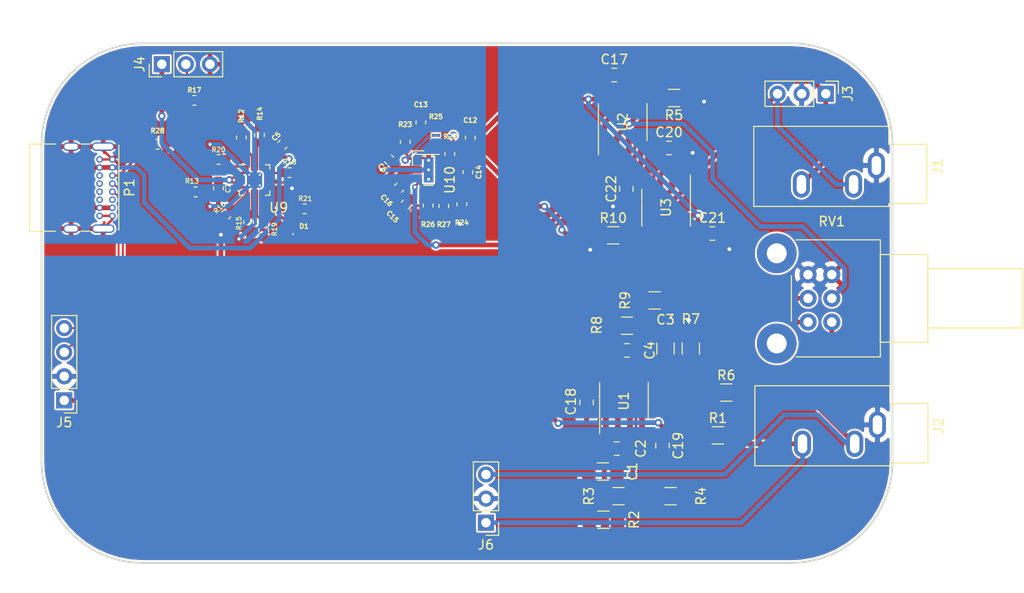
<source format=kicad_pcb>
(kicad_pcb (version 20171130) (host pcbnew "(5.1.8)-1")
  (layers (0 F.Cu signal) (31 B.Cu signal) (34 B.Paste user) (35 F.Paste user) (36 B.SilkS user) (37 F.SilkS user) (38 B.Mask user) (39 F.Mask user) (44 Edge.Cuts user))
  (net 0 "")
  (net 1 GND)
  (net 2 "Net-(C1-Pad1)")
  (net 3 "Net-(C2-Pad2)")
  (net 4 "Net-(C2-Pad1)")
  (net 5 "Net-(C3-Pad1)")
  (net 6 "Net-(C4-Pad2)")
  (net 7 "Net-(C4-Pad1)")
  (net 8 "/Headphone amp/+2V")
  (net 9 VIN)
  (net 10 VOUT)
  (net 11 +BATT)
  (net 12 "/Headphone amp/-2V")
  (net 13 "Net-(D1-Pad2)")
  (net 14 "Net-(D1-Pad1)")
  (net 15 ampOutR)
  (net 16 ampOutL)
  (net 17 "/Headphone amp/ampInR")
  (net 18 "/Headphone amp/ampInL")
  (net 19 NTC_Therm)
  (net 20 "Net-(R5-Pad2)")
  (net 21 "Net-(R10-Pad2)")
  (net 22 "Net-(R12-Pad1)")
  (net 23 "Net-(R13-Pad1)")
  (net 24 "Net-(R15-Pad1)")
  (net 25 "Net-(R22-Pad1)")
  (net 26 "Net-(R25-Pad2)")
  (net 27 "Net-(C14-Pad1)")
  (net 28 "Net-(C14-Pad2)")
  (net 29 "Net-(R24-Pad2)")
  (net 30 "Net-(R26-Pad1)")
  (net 31 "Net-(C16-Pad1)")
  (net 32 3v3)
  (net 33 "Net-(R14-Pad1)")
  (net 34 "Net-(R16-Pad1)")
  (net 35 "Net-(R18-Pad1)")
  (net 36 "Net-(R19-Pad2)")
  (net 37 "Net-(R20-Pad1)")
  (net 38 "Net-(P1-PadA5)")
  (net 39 D-)
  (net 40 D+)
  (net 41 "Net-(P1-PadB5)")
  (module Package_DFN_QFN:VQFN-16-1EP_3x3mm_P0.5mm_EP1.6x1.6mm_ThermalVias (layer F.Cu) (at 177.5392 58.0576)
    (fp_text reference U9 (at 2.5468 2.9024) (layer F.SilkS))
    (fp_text value BQ24075)
    (pad 16 smd roundrect (at -0.75 -1.4375) (size 0.25 0.875) (layers F.Cu F.Paste F.Mask) (net 37 "Net-(R20-Pad1)"))
    (pad 15 smd roundrect (at -0.25 -1.4375) (size 0.25 0.875) (layers F.Cu F.Paste F.Mask) (net 22 "Net-(R12-Pad1)"))
    (pad 14 smd roundrect (at 0.25 -1.4375) (size 0.25 0.875) (layers F.Cu F.Paste F.Mask) (net 33 "Net-(R14-Pad1)"))
    (pad 13 smd roundrect (at 0.75 -1.4375) (size 0.25 0.875) (layers F.Cu F.Paste F.Mask) (net 9 VIN))
    (pad 12 smd roundrect (at 1.4375 -0.75) (size 0.875 0.25) (layers F.Cu F.Paste F.Mask) (net 35 "Net-(R18-Pad1)"))
    (pad 11 smd roundrect (at 1.4375 -0.25) (size 0.875 0.25) (layers F.Cu F.Paste F.Mask) (net 10 VOUT))
    (pad 10 smd roundrect (at 1.4375 0.25) (size 0.875 0.25) (layers F.Cu F.Paste F.Mask) (net 10 VOUT))
    (pad 9 smd roundrect (at 1.4375 0.75) (size 0.875 0.25) (layers F.Cu F.Paste F.Mask) (net 14 "Net-(D1-Pad1)"))
    (pad 8 smd roundrect (at 0.75 1.4375) (size 0.25 0.875) (layers F.Cu F.Paste F.Mask) (net 1 GND))
    (pad 7 smd roundrect (at 0.25 1.4375) (size 0.25 0.875) (layers F.Cu F.Paste F.Mask) (net 36 "Net-(R19-Pad2)"))
    (pad 6 smd roundrect (at -0.25 1.4375) (size 0.25 0.875) (layers F.Cu F.Paste F.Mask) (net 24 "Net-(R15-Pad1)"))
    (pad 5 smd roundrect (at -0.75 1.4375) (size 0.25 0.875) (layers F.Cu F.Paste F.Mask) (net 34 "Net-(R16-Pad1)"))
    (pad 4 smd roundrect (at -1.4375 0.75) (size 0.875 0.25) (layers F.Cu F.Paste F.Mask) (net 23 "Net-(R13-Pad1)"))
    (pad 3 smd roundrect (at -1.4375 0.25) (size 0.875 0.25) (layers F.Cu F.Paste F.Mask) (net 11 +BATT))
    (pad 2 smd roundrect (at -1.4375 -0.25) (size 0.875 0.25) (layers F.Cu F.Paste F.Mask) (net 11 +BATT))
    (pad 1 smd roundrect (at -1.4375 -0.75) (size 0.875 0.25) (layers F.Cu F.Paste F.Mask) (net 19 NTC_Therm))
    (pad 17 smd roundrect (at 0 0) (size 1.6 1.6) (layers B.Cu) (roundrect_rratio 0.15625) (net 1 GND))
    (pad 17 thru_hole circle (at 0.55 0.55) (size 0.5 0.5) (drill 0.2) (layers *.Cu) (net 1 GND))
    (pad 17 thru_hole circle (at -0.55 0.55) (size 0.5 0.5) (drill 0.2) (layers *.Cu) (net 1 GND))
    (pad 17 thru_hole circle (at 0.55 -0.55) (size 0.5 0.5) (drill 0.2) (layers *.Cu) (net 1 GND))
    (pad 17 thru_hole circle (at -0.55 -0.55) (size 0.5 0.5) (drill 0.2) (layers *.Cu) (net 1 GND))
    (pad 17 smd roundrect (at 0 0) (size 1.6 1.6) (layers F.Cu F.Mask) (roundrect_rratio 0.15625) (net 1 GND))
  )
  (module Connector_PinHeader_2.54mm:PinHeader_1x03_P2.54mm_Vertical (layer F.Cu) (at 201.93 94.1705 180)
    (fp_text reference J6 (at 0 -2.33) (layer F.SilkS))
    (fp_text value Conn_01x03_Male)
    (pad 3 thru_hole oval (at 0 5.08 180) (size 1.7 1.7) (drill 1) (layers *.Cu *.Mask) (net 18 "/Headphone amp/ampInL"))
    (pad 2 thru_hole oval (at 0 2.54 180) (size 1.7 1.7) (drill 1) (layers *.Cu *.Mask) (net 1 GND))
    (pad 1 thru_hole rect (at 0 0 180) (size 1.7 1.7) (drill 1) (layers *.Cu *.Mask) (net 17 "/Headphone amp/ampInR"))
  )
  (module Capacitor_SMD:C_0805_2012Metric_Pad1.15x1.40mm_HandSolder (layer F.Cu) (at 216.7255 58.9915 270)
    (fp_text reference C22 (at 0 1.5875 90) (layer F.SilkS))
    (fp_text value 88nF)
    (pad 2 smd roundrect (at 1.025 0 270) (size 1.15 1.4) (layers F.Cu F.Paste F.Mask) (roundrect_rratio 0.2173904347826087) (net 1 GND))
    (pad 1 smd roundrect (at -1.025 0 270) (size 1.15 1.4) (layers F.Cu F.Paste F.Mask) (roundrect_rratio 0.2173904347826087) (net 12 "/Headphone amp/-2V"))
  )
  (module Capacitor_SMD:C_0805_2012Metric_Pad1.15x1.40mm_HandSolder (layer F.Cu) (at 225.797 63.6905)
    (fp_text reference C21 (at 0 -1.65) (layer F.SilkS))
    (fp_text value 88nF)
    (pad 2 smd roundrect (at 1.025 0) (size 1.15 1.4) (layers F.Cu F.Paste F.Mask) (roundrect_rratio 0.2173904347826087) (net 1 GND))
    (pad 1 smd roundrect (at -1.025 0) (size 1.15 1.4) (layers F.Cu F.Paste F.Mask) (roundrect_rratio 0.2173904347826087) (net 8 "/Headphone amp/+2V"))
  )
  (module Capacitor_SMD:C_0805_2012Metric_Pad1.15x1.40mm_HandSolder (layer F.Cu) (at 221.225 54.6735)
    (fp_text reference C20 (at 0 -1.65) (layer F.SilkS))
    (fp_text value 88nF)
    (pad 2 smd roundrect (at 1.025 0) (size 1.15 1.4) (layers F.Cu F.Paste F.Mask) (roundrect_rratio 0.2173904347826087) (net 1 GND))
    (pad 1 smd roundrect (at -1.025 0) (size 1.15 1.4) (layers F.Cu F.Paste F.Mask) (roundrect_rratio 0.2173904347826087) (net 12 "/Headphone amp/-2V"))
  )
  (module Capacitor_SMD:C_0805_2012Metric_Pad1.15x1.40mm_HandSolder (layer F.Cu) (at 220.5355 86.0515 270)
    (fp_text reference C19 (at 0 -1.65 90) (layer F.SilkS))
    (fp_text value 88nF)
    (pad 2 smd roundrect (at 1.025 0 270) (size 1.15 1.4) (layers F.Cu F.Paste F.Mask) (roundrect_rratio 0.2173904347826087) (net 1 GND))
    (pad 1 smd roundrect (at -1.025 0 270) (size 1.15 1.4) (layers F.Cu F.Paste F.Mask) (roundrect_rratio 0.2173904347826087) (net 12 "/Headphone amp/-2V"))
  )
  (module Capacitor_SMD:C_0805_2012Metric_Pad1.15x1.40mm_HandSolder (layer F.Cu) (at 212.5345 81.4795 270)
    (fp_text reference C18 (at -0.0725 1.651 90) (layer F.SilkS))
    (fp_text value 88nF)
    (pad 2 smd roundrect (at 1.025 0 270) (size 1.15 1.4) (layers F.Cu F.Paste F.Mask) (roundrect_rratio 0.2173904347826087) (net 1 GND))
    (pad 1 smd roundrect (at -1.025 0 270) (size 1.15 1.4) (layers F.Cu F.Paste F.Mask) (roundrect_rratio 0.2173904347826087) (net 8 "/Headphone amp/+2V"))
  )
  (module Capacitor_SMD:C_0805_2012Metric_Pad1.15x1.40mm_HandSolder (layer F.Cu) (at 215.4555 46.99)
    (fp_text reference C17 (at 0 -1.65) (layer F.SilkS))
    (fp_text value 88nF)
    (pad 2 smd roundrect (at 1.025 0) (size 1.15 1.4) (layers F.Cu F.Paste F.Mask) (roundrect_rratio 0.2173904347826087) (net 1 GND))
    (pad 1 smd roundrect (at -1.025 0) (size 1.15 1.4) (layers F.Cu F.Paste F.Mask) (roundrect_rratio 0.2173904347826087) (net 8 "/Headphone amp/+2V"))
  )
  (module Capacitor_SMD:C_0805_2012Metric_Pad1.15x1.40mm_HandSolder (layer F.Cu) (at 216.789 76.0095 180)
    (fp_text reference C4 (at -2.413 0 90) (layer F.SilkS))
    (fp_text value 220pF)
    (pad 2 smd roundrect (at 1.025 0 180) (size 1.15 1.4) (layers F.Cu F.Paste F.Mask) (roundrect_rratio 0.2173904347826087) (net 6 "Net-(C4-Pad2)"))
    (pad 1 smd roundrect (at -1.025 0 180) (size 1.15 1.4) (layers F.Cu F.Paste F.Mask) (roundrect_rratio 0.2173904347826087) (net 7 "Net-(C4-Pad1)"))
  )
  (module Capacitor_SMD:C_0805_2012Metric_Pad1.15x1.40mm_HandSolder (layer F.Cu) (at 215.7095 86.36 180)
    (fp_text reference C2 (at -2.54 0 90) (layer F.SilkS))
    (fp_text value 220pF)
    (pad 2 smd roundrect (at 1.025 0 180) (size 1.15 1.4) (layers F.Cu F.Paste F.Mask) (roundrect_rratio 0.2173904347826087) (net 3 "Net-(C2-Pad2)"))
    (pad 1 smd roundrect (at -1.025 0 180) (size 1.15 1.4) (layers F.Cu F.Paste F.Mask) (roundrect_rratio 0.2173904347826087) (net 4 "Net-(C2-Pad1)"))
  )
  (module Resistor_SMD:R_1206_3216Metric_Pad1.42x1.75mm_HandSolder (layer F.Cu) (at 215.3435 63.881)
    (fp_text reference R10 (at 0 -1.82) (layer F.SilkS))
    (fp_text value R_US)
    (pad 2 smd roundrect (at 1.4875 0) (size 1.425 1.75) (layers F.Cu F.Paste F.Mask) (roundrect_rratio 0.1754385964912281) (net 21 "Net-(R10-Pad2)"))
    (pad 1 smd roundrect (at -1.4875 0) (size 1.425 1.75) (layers F.Cu F.Paste F.Mask) (roundrect_rratio 0.1754385964912281) (net 1 GND))
  )
  (module Resistor_SMD:R_1206_3216Metric_Pad1.42x1.75mm_HandSolder (layer F.Cu) (at 227.2665 80.4545)
    (fp_text reference R6 (at 0 -1.82) (layer F.SilkS))
    (fp_text value R_US)
    (pad 2 smd roundrect (at 1.4875 0) (size 1.425 1.75) (layers F.Cu F.Paste F.Mask) (roundrect_rratio 0.1754385964912281) (net 18 "/Headphone amp/ampInL"))
    (pad 1 smd roundrect (at -1.4875 0) (size 1.425 1.75) (layers F.Cu F.Paste F.Mask) (roundrect_rratio 0.1754385964912281) (net 5 "Net-(C3-Pad1)"))
  )
  (module Resistor_SMD:R_1206_3216Metric_Pad1.42x1.75mm_HandSolder (layer F.Cu) (at 221.742 49.403 180)
    (fp_text reference R5 (at 0 -1.82) (layer F.SilkS))
    (fp_text value R_US)
    (pad 2 smd roundrect (at 1.4875 0 180) (size 1.425 1.75) (layers F.Cu F.Paste F.Mask) (roundrect_rratio 0.1754385964912281) (net 20 "Net-(R5-Pad2)"))
    (pad 1 smd roundrect (at -1.4875 0 180) (size 1.425 1.75) (layers F.Cu F.Paste F.Mask) (roundrect_rratio 0.1754385964912281) (net 1 GND))
  )
  (module Resistor_SMD:R_1206_3216Metric_Pad1.42x1.75mm_HandSolder (layer F.Cu) (at 226.3775 84.963)
    (fp_text reference R1 (at 0 -1.82) (layer F.SilkS))
    (fp_text value R_US)
    (pad 2 smd roundrect (at 1.4875 0) (size 1.425 1.75) (layers F.Cu F.Paste F.Mask) (roundrect_rratio 0.1754385964912281) (net 17 "/Headphone amp/ampInR"))
    (pad 1 smd roundrect (at -1.4875 0) (size 1.425 1.75) (layers F.Cu F.Paste F.Mask) (roundrect_rratio 0.1754385964912281) (net 2 "Net-(C1-Pad1)"))
  )
  (module Capacitor_SMD:C_1206_3216Metric_Pad1.42x1.75mm_HandSolder (layer F.Cu) (at 220.853 75.819 90)
    (fp_text reference C3 (at 3.048 0 180) (layer F.SilkS))
    (fp_text value "220 pF")
    (pad 2 smd roundrect (at 1.4875 0 90) (size 1.425 1.75) (layers F.Cu F.Paste F.Mask) (roundrect_rratio 0.1754385964912281) (net 1 GND))
    (pad 1 smd roundrect (at -1.4875 0 90) (size 1.425 1.75) (layers F.Cu F.Paste F.Mask) (roundrect_rratio 0.1754385964912281) (net 5 "Net-(C3-Pad1)"))
  )
  (module Capacitor_SMD:C_1206_3216Metric_Pad1.42x1.75mm_HandSolder (layer F.Cu) (at 214.249 88.773 180)
    (fp_text reference C1 (at -3.1115 0 90) (layer F.SilkS))
    (fp_text value "220 pF")
    (pad 2 smd roundrect (at 1.4875 0 180) (size 1.425 1.75) (layers F.Cu F.Paste F.Mask) (roundrect_rratio 0.1754385964912281) (net 1 GND))
    (pad 1 smd roundrect (at -1.4875 0 180) (size 1.425 1.75) (layers F.Cu F.Paste F.Mask) (roundrect_rratio 0.1754385964912281) (net 2 "Net-(C1-Pad1)"))
  )
  (module Resistor_SMD:R_1206_3216Metric_Pad1.42x1.75mm_HandSolder (layer F.Cu) (at 219.71 70.739)
    (fp_text reference R9 (at -3.1115 0 90) (layer F.SilkS))
    (fp_text value 274ohm)
    (pad 2 smd roundrect (at 1.4875 0) (size 1.425 1.75) (layers F.Cu F.Paste F.Mask) (roundrect_rratio 0.1754385964912281) (net 1 GND))
    (pad 1 smd roundrect (at -1.4875 0) (size 1.425 1.75) (layers F.Cu F.Paste F.Mask) (roundrect_rratio 0.1754385964912281) (net 7 "Net-(C4-Pad1)"))
  )
  (module Resistor_SMD:R_1206_3216Metric_Pad1.42x1.75mm_HandSolder (layer F.Cu) (at 216.789 73.406)
    (fp_text reference R8 (at -3.175 -0.0635 90) (layer F.SilkS))
    (fp_text value 1.5k)
    (pad 2 smd roundrect (at 1.4875 0) (size 1.425 1.75) (layers F.Cu F.Paste F.Mask) (roundrect_rratio 0.1754385964912281) (net 7 "Net-(C4-Pad1)"))
    (pad 1 smd roundrect (at -1.4875 0) (size 1.425 1.75) (layers F.Cu F.Paste F.Mask) (roundrect_rratio 0.1754385964912281) (net 6 "Net-(C4-Pad2)"))
  )
  (module Resistor_SMD:R_1206_3216Metric_Pad1.42x1.75mm_HandSolder (layer F.Cu) (at 223.52 75.819 270)
    (fp_text reference R7 (at -3.1115 0 180) (layer F.SilkS))
    (fp_text value 10k)
    (pad 2 smd roundrect (at 1.4875 0 270) (size 1.425 1.75) (layers F.Cu F.Paste F.Mask) (roundrect_rratio 0.1754385964912281) (net 5 "Net-(C3-Pad1)"))
    (pad 1 smd roundrect (at -1.4875 0 270) (size 1.425 1.75) (layers F.Cu F.Paste F.Mask) (roundrect_rratio 0.1754385964912281) (net 1 GND))
  )
  (module Resistor_SMD:R_1206_3216Metric_Pad1.42x1.75mm_HandSolder (layer F.Cu) (at 221.388 91.3765)
    (fp_text reference R4 (at 3.2115 0 90) (layer F.SilkS))
    (fp_text value 274ohm)
    (pad 2 smd roundrect (at 1.4875 0) (size 1.425 1.75) (layers F.Cu F.Paste F.Mask) (roundrect_rratio 0.1754385964912281) (net 1 GND))
    (pad 1 smd roundrect (at -1.4875 0) (size 1.425 1.75) (layers F.Cu F.Paste F.Mask) (roundrect_rratio 0.1754385964912281) (net 4 "Net-(C2-Pad1)"))
  )
  (module Resistor_SMD:R_1206_3216Metric_Pad1.42x1.75mm_HandSolder (layer F.Cu) (at 215.9 91.3765)
    (fp_text reference R3 (at -3.1115 0 90) (layer F.SilkS))
    (fp_text value 1.5k)
    (pad 2 smd roundrect (at 1.4875 0) (size 1.425 1.75) (layers F.Cu F.Paste F.Mask) (roundrect_rratio 0.1754385964912281) (net 4 "Net-(C2-Pad1)"))
    (pad 1 smd roundrect (at -1.4875 0) (size 1.425 1.75) (layers F.Cu F.Paste F.Mask) (roundrect_rratio 0.1754385964912281) (net 3 "Net-(C2-Pad2)"))
  )
  (module Resistor_SMD:R_1206_3216Metric_Pad1.42x1.75mm_HandSolder (layer F.Cu) (at 214.3125 93.853)
    (fp_text reference R2 (at 3.2385 0 90) (layer F.SilkS))
    (fp_text value 10k)
    (pad 2 smd roundrect (at 1.4875 0) (size 1.425 1.75) (layers F.Cu F.Paste F.Mask) (roundrect_rratio 0.1754385964912281) (net 2 "Net-(C1-Pad1)"))
    (pad 1 smd roundrect (at -1.4875 0) (size 1.425 1.75) (layers F.Cu F.Paste F.Mask) (roundrect_rratio 0.1754385964912281) (net 1 GND))
  )
  (module Package_SO:SOIC-8_3.9x4.9mm_P1.27mm (layer F.Cu) (at 220.9165 60.96 270)
    (fp_text reference U3 (at 0 0 90) (layer F.SilkS))
    (fp_text value OPA1692)
    (pad 8 smd roundrect (at 2.475 -1.905 270) (size 1.95 0.6) (layers F.Cu F.Paste F.Mask) (net 8 "/Headphone amp/+2V"))
    (pad 7 smd roundrect (at 2.475 -0.635 270) (size 1.95 0.6) (layers F.Cu F.Paste F.Mask) (net 16 ampOutL))
    (pad 6 smd roundrect (at 2.475 0.635 270) (size 1.95 0.6) (layers F.Cu F.Paste F.Mask) (net 16 ampOutL))
    (pad 5 smd roundrect (at 2.475 1.905 270) (size 1.95 0.6) (layers F.Cu F.Paste F.Mask) (net 21 "Net-(R10-Pad2)"))
    (pad 4 smd roundrect (at -2.475 1.905 270) (size 1.95 0.6) (layers F.Cu F.Paste F.Mask) (net 12 "/Headphone amp/-2V"))
    (pad 3 smd roundrect (at -2.475 0.635 270) (size 1.95 0.6) (layers F.Cu F.Paste F.Mask) (net 16 ampOutL))
    (pad 2 smd roundrect (at -2.475 -0.635 270) (size 1.95 0.6) (layers F.Cu F.Paste F.Mask) (net 21 "Net-(R10-Pad2)"))
    (pad 1 smd roundrect (at -2.475 -1.905 270) (size 1.95 0.6) (layers F.Cu F.Paste F.Mask) (net 16 ampOutL))
  )
  (module Package_SO:SOIC-8_3.9x4.9mm_P1.27mm (layer F.Cu) (at 216.3445 51.943 90)
    (fp_text reference U2 (at 0 0 90) (layer F.SilkS))
    (fp_text value OPA1692)
    (pad 8 smd roundrect (at 2.475 -1.905 90) (size 1.95 0.6) (layers F.Cu F.Paste F.Mask) (net 8 "/Headphone amp/+2V"))
    (pad 7 smd roundrect (at 2.475 -0.635 90) (size 1.95 0.6) (layers F.Cu F.Paste F.Mask) (net 15 ampOutR))
    (pad 6 smd roundrect (at 2.475 0.635 90) (size 1.95 0.6) (layers F.Cu F.Paste F.Mask) (net 15 ampOutR))
    (pad 5 smd roundrect (at 2.475 1.905 90) (size 1.95 0.6) (layers F.Cu F.Paste F.Mask) (net 20 "Net-(R5-Pad2)"))
    (pad 4 smd roundrect (at -2.475 1.905 90) (size 1.95 0.6) (layers F.Cu F.Paste F.Mask) (net 12 "/Headphone amp/-2V"))
    (pad 3 smd roundrect (at -2.475 0.635 90) (size 1.95 0.6) (layers F.Cu F.Paste F.Mask) (net 15 ampOutR))
    (pad 2 smd roundrect (at -2.475 -0.635 90) (size 1.95 0.6) (layers F.Cu F.Paste F.Mask) (net 20 "Net-(R5-Pad2)"))
    (pad 1 smd roundrect (at -2.475 -1.905 90) (size 1.95 0.6) (layers F.Cu F.Paste F.Mask) (net 15 ampOutR))
  )
  (module Package_SO:SOIC-8_3.9x4.9mm_P1.27mm (layer F.Cu) (at 216.4715 81.342 90)
    (fp_text reference U1 (at 0 0 90) (layer F.SilkS))
    (fp_text value OPA1692)
    (pad 8 smd roundrect (at 2.475 -1.905 90) (size 1.95 0.6) (layers F.Cu F.Paste F.Mask) (net 8 "/Headphone amp/+2V"))
    (pad 7 smd roundrect (at 2.475 -0.635 90) (size 1.95 0.6) (layers F.Cu F.Paste F.Mask) (net 6 "Net-(C4-Pad2)"))
    (pad 6 smd roundrect (at 2.475 0.635 90) (size 1.95 0.6) (layers F.Cu F.Paste F.Mask) (net 7 "Net-(C4-Pad1)"))
    (pad 5 smd roundrect (at 2.475 1.905 90) (size 1.95 0.6) (layers F.Cu F.Paste F.Mask) (net 5 "Net-(C3-Pad1)"))
    (pad 4 smd roundrect (at -2.475 1.905 90) (size 1.95 0.6) (layers F.Cu F.Paste F.Mask) (net 12 "/Headphone amp/-2V"))
    (pad 3 smd roundrect (at -2.475 0.635 90) (size 1.95 0.6) (layers F.Cu F.Paste F.Mask) (net 4 "Net-(C2-Pad1)"))
    (pad 2 smd roundrect (at -2.475 -0.635 90) (size 1.95 0.6) (layers F.Cu F.Paste F.Mask) (net 2 "Net-(C1-Pad1)"))
    (pad 1 smd roundrect (at -2.475 -1.905 90) (size 1.95 0.6) (layers F.Cu F.Paste F.Mask) (net 3 "Net-(C2-Pad2)"))
  )
  (module Connector_USB:USB_C_Receptacle_GCT_USB4085 (layer F.Cu) (at 162.56 55.88 270)
    (fp_text reference P1 (at 2.975 -1.8 90) (layer F.SilkS))
    (fp_text value USB_C_Plug_USB2.0)
    (pad S1 thru_hole oval (at 7.3 4.36 270) (size 0.9 1.7) (drill oval 0.6 1.4) (layers *.Cu *.Mask) (net 1 GND))
    (pad S1 thru_hole oval (at -1.35 4.36 270) (size 0.9 1.7) (drill oval 0.6 1.4) (layers *.Cu *.Mask) (net 1 GND))
    (pad S1 thru_hole oval (at 7.3 0.98 270) (size 0.9 2.4) (drill oval 0.6 2.1) (layers *.Cu *.Mask) (net 1 GND))
    (pad S1 thru_hole oval (at -1.35 0.98 270) (size 0.9 2.4) (drill oval 0.6 2.1) (layers *.Cu *.Mask) (net 1 GND))
    (pad B6 thru_hole circle (at 3.4 1.35 270) (size 0.7 0.7) (drill 0.4) (layers *.Cu *.Mask))
    (pad B1 thru_hole circle (at 5.95 1.35 270) (size 0.7 0.7) (drill 0.4) (layers *.Cu *.Mask) (net 1 GND))
    (pad B4 thru_hole circle (at 5.1 1.35 270) (size 0.7 0.7) (drill 0.4) (layers *.Cu *.Mask) (net 9 VIN))
    (pad B5 thru_hole circle (at 4.25 1.35 270) (size 0.7 0.7) (drill 0.4) (layers *.Cu *.Mask) (net 41 "Net-(P1-PadB5)"))
    (pad B12 thru_hole circle (at 0 1.35 270) (size 0.7 0.7) (drill 0.4) (layers *.Cu *.Mask) (net 1 GND))
    (pad B8 thru_hole circle (at 1.7 1.35 270) (size 0.7 0.7) (drill 0.4) (layers *.Cu *.Mask))
    (pad B7 thru_hole circle (at 2.55 1.35 270) (size 0.7 0.7) (drill 0.4) (layers *.Cu *.Mask))
    (pad B9 thru_hole circle (at 0.85 1.35 270) (size 0.7 0.7) (drill 0.4) (layers *.Cu *.Mask) (net 9 VIN))
    (pad A12 thru_hole circle (at 5.95 0 270) (size 0.7 0.7) (drill 0.4) (layers *.Cu *.Mask) (net 1 GND))
    (pad A9 thru_hole circle (at 5.1 0 270) (size 0.7 0.7) (drill 0.4) (layers *.Cu *.Mask) (net 9 VIN))
    (pad A8 thru_hole circle (at 4.25 0 270) (size 0.7 0.7) (drill 0.4) (layers *.Cu *.Mask))
    (pad A7 thru_hole circle (at 3.4 0 270) (size 0.7 0.7) (drill 0.4) (layers *.Cu *.Mask) (net 39 D-))
    (pad A6 thru_hole circle (at 2.55 0 270) (size 0.7 0.7) (drill 0.4) (layers *.Cu *.Mask) (net 40 D+))
    (pad A5 thru_hole circle (at 1.7 0 270) (size 0.7 0.7) (drill 0.4) (layers *.Cu *.Mask) (net 38 "Net-(P1-PadA5)"))
    (pad A4 thru_hole circle (at 0.85 0 270) (size 0.7 0.7) (drill 0.4) (layers *.Cu *.Mask) (net 9 VIN))
    (pad A1 thru_hole circle (at 0 0 270) (size 0.7 0.7) (drill 0.4) (layers *.Cu *.Mask) (net 1 GND))
  )
  (module Connector_PinHeader_2.54mm:PinHeader_1x04_P2.54mm_Vertical (layer F.Cu) (at 157.48 81.28 180)
    (fp_text reference J5 (at 0 -2.33) (layer F.SilkS))
    (fp_text value Conn_01x04_Male)
    (pad 4 thru_hole oval (at 0 7.62 180) (size 1.7 1.7) (drill 1) (layers *.Cu *.Mask) (net 39 D-))
    (pad 3 thru_hole oval (at 0 5.08 180) (size 1.7 1.7) (drill 1) (layers *.Cu *.Mask) (net 40 D+))
    (pad 2 thru_hole oval (at 0 2.54 180) (size 1.7 1.7) (drill 1) (layers *.Cu *.Mask) (net 1 GND))
    (pad 1 thru_hole rect (at 0 0 180) (size 1.7 1.7) (drill 1) (layers *.Cu *.Mask) (net 10 VOUT))
  )
  (module Resistor_SMD:R_0603_1608Metric (layer F.Cu) (at 167.3225 54.2925)
    (fp_text reference R28 (at 0 -1.43) (layer F.SilkS) (effects (font (size 0.5 0.5) (thickness 0.125))))
    (fp_text value 56k)
    (pad 2 smd roundrect (at 0.7875 0) (size 0.875 0.95) (layers F.Cu F.Paste F.Mask) (net 1 GND))
    (pad 1 smd roundrect (at -0.7875 0) (size 0.875 0.95) (layers F.Cu F.Paste F.Mask) (net 38 "Net-(P1-PadA5)"))
  )
  (module Capacitor_SMD:C_0603_1608Metric (layer F.Cu) (at 192.786 58.8645 225)
    (fp_text reference C16 (at 1.885854 0 135) (layer F.SilkS) (effects (font (size 0.5 0.5) (thickness 0.125))))
    (fp_text value 4.7uf)
    (pad 2 smd roundrect (at 0.7875 0 225) (size 0.875 0.95) (layers F.Cu F.Paste F.Mask) (net 1 GND))
    (pad 1 smd roundrect (at -0.7875 0 225) (size 0.875 0.95) (layers F.Cu F.Paste F.Mask) (net 31 "Net-(C16-Pad1)"))
  )
  (module Resistor_SMD:R_0603_1608Metric (layer F.Cu) (at 197.485 60.795 90)
    (fp_text reference R27 (at -1.943 0 180) (layer F.SilkS) (effects (font (size 0.5 0.5) (thickness 0.125))))
    (fp_text value 150k)
    (pad 2 smd roundrect (at 0.7875 0 90) (size 0.875 0.95) (layers F.Cu F.Paste F.Mask) (net 30 "Net-(R26-Pad1)"))
    (pad 1 smd roundrect (at -0.7875 0 90) (size 0.875 0.95) (layers F.Cu F.Paste F.Mask) (net 12 "/Headphone amp/-2V"))
  )
  (module Resistor_SMD:R_0603_1608Metric (layer F.Cu) (at 195.834 60.744 270)
    (fp_text reference R26 (at 1.994 0 180) (layer F.SilkS) (effects (font (size 0.5 0.5) (thickness 0.125))))
    (fp_text value 180k)
    (pad 2 smd roundrect (at 0.7875 0 270) (size 0.875 0.95) (layers F.Cu F.Paste F.Mask) (net 1 GND))
    (pad 1 smd roundrect (at -0.7875 0 270) (size 0.875 0.95) (layers F.Cu F.Paste F.Mask) (net 30 "Net-(R26-Pad1)"))
  )
  (module Resistor_SMD:R_0603_1608Metric (layer F.Cu) (at 196.6595 53.34 270)
    (fp_text reference R25 (at -1.9685 0 180) (layer F.SilkS) (effects (font (size 0.5 0.5) (thickness 0.125))))
    (fp_text value 10k)
    (pad 2 smd roundrect (at 0.7875 0 270) (size 0.875 0.95) (layers F.Cu F.Paste F.Mask) (net 26 "Net-(R25-Pad2)"))
    (pad 1 smd roundrect (at -0.7875 0 270) (size 0.875 0.95) (layers F.Cu F.Paste F.Mask) (net 10 VOUT))
  )
  (module Resistor_SMD:R_0603_1608Metric (layer F.Cu) (at 199.39 60.617 90)
    (fp_text reference R24 (at -1.9305 0 180) (layer F.SilkS) (effects (font (size 0.5 0.5) (thickness 0.125))))
    (fp_text value 10k)
    (pad 2 smd roundrect (at 0.7875 0 90) (size 0.875 0.95) (layers F.Cu F.Paste F.Mask) (net 29 "Net-(R24-Pad2)"))
    (pad 1 smd roundrect (at -0.7875 0 90) (size 0.875 0.95) (layers F.Cu F.Paste F.Mask) (net 10 VOUT))
  )
  (module Resistor_SMD:R_0603_1608Metric (layer F.Cu) (at 193.421 54.0385 270)
    (fp_text reference R23 (at -1.8415 0 180) (layer F.SilkS) (effects (font (size 0.5 0.5) (thickness 0.125))))
    (fp_text value 180k)
    (pad 2 smd roundrect (at 0.7875 0 270) (size 0.875 0.95) (layers F.Cu F.Paste F.Mask) (net 25 "Net-(R22-Pad1)"))
    (pad 1 smd roundrect (at -0.7875 0 270) (size 0.875 0.95) (layers F.Cu F.Paste F.Mask) (net 1 GND))
  )
  (module Resistor_SMD:R_0603_1608Metric (layer F.Cu) (at 198.12 55.3085 270)
    (fp_text reference R22 (at -1.8415 -0.0635) (layer F.SilkS) (effects (font (size 0.5 0.5) (thickness 0.125))))
    (fp_text value 150k)
    (pad 2 smd roundrect (at 0.7875 0 270) (size 0.875 0.95) (layers F.Cu F.Paste F.Mask) (net 8 "/Headphone amp/+2V"))
    (pad 1 smd roundrect (at -0.7875 0 270) (size 0.875 0.95) (layers F.Cu F.Paste F.Mask) (net 25 "Net-(R22-Pad1)"))
  )
  (module Resistor_SMD:R_0603_1608Metric (layer F.Cu) (at 182.8165 61.087)
    (fp_text reference R21 (at 0.0635 -1.0795) (layer F.SilkS) (effects (font (size 0.5 0.5) (thickness 0.1))))
    (fp_text value 1k)
    (pad 2 smd roundrect (at 0.7875 0) (size 0.875 0.95) (layers F.Cu F.Paste F.Mask) (net 13 "Net-(D1-Pad2)"))
    (pad 1 smd roundrect (at -0.7875 0) (size 0.875 0.95) (layers F.Cu F.Paste F.Mask) (net 10 VOUT))
  )
  (module Resistor_SMD:R_0603_1608Metric (layer F.Cu) (at 173.7615 55.88 180)
    (fp_text reference R20 (at 0.0255 1.016) (layer F.SilkS) (effects (font (size 0.5 0.5) (thickness 0.1))))
    (fp_text value 1k)
    (pad 2 smd roundrect (at 0.7875 0 180) (size 0.875 0.95) (layers F.Cu F.Paste F.Mask) (net 1 GND))
    (pad 1 smd roundrect (at -0.7875 0 180) (size 0.875 0.95) (layers F.Cu F.Paste F.Mask) (net 37 "Net-(R20-Pad1)"))
  )
  (module Resistor_SMD:R_0603_1608Metric (layer F.Cu) (at 178.4985 63.3095 90)
    (fp_text reference R19 (at 0.0635 1.143 90) (layer F.SilkS) (effects (font (size 0.5 0.5) (thickness 0.1))))
    (fp_text value 18k)
    (pad 2 smd roundrect (at 0.7875 0 90) (size 0.875 0.95) (layers F.Cu F.Paste F.Mask) (net 36 "Net-(R19-Pad2)"))
    (pad 1 smd roundrect (at -0.7875 0 90) (size 0.875 0.95) (layers F.Cu F.Paste F.Mask) (net 32 3v3))
  )
  (module Resistor_SMD:R_0603_1608Metric (layer F.Cu) (at 181.229 57.277)
    (fp_text reference R18 (at 0 -1.143) (layer F.SilkS) (effects (font (size 0.5 0.5) (thickness 0.1))))
    (fp_text value 1.18k)
    (pad 2 smd roundrect (at 0.7875 0) (size 0.875 0.95) (layers F.Cu F.Paste F.Mask) (net 1 GND))
    (pad 1 smd roundrect (at -0.7875 0) (size 0.875 0.95) (layers F.Cu F.Paste F.Mask) (net 35 "Net-(R18-Pad1)"))
  )
  (module Resistor_SMD:R_0603_1608Metric (layer F.Cu) (at 171.196 49.657 180)
    (fp_text reference R17 (at 0 1.0795) (layer F.SilkS) (effects (font (size 0.5 0.5) (thickness 0.125))))
    (fp_text value 10k)
    (pad 2 smd roundrect (at 0.7875 0 180) (size 0.875 0.95) (layers F.Cu F.Paste F.Mask) (net 19 NTC_Therm))
    (pad 1 smd roundrect (at -0.7875 0 180) (size 0.875 0.95) (layers F.Cu F.Paste F.Mask) (net 1 GND))
  )
  (module Resistor_SMD:R_0603_1608Metric (layer F.Cu) (at 174.546847 61.673153 225)
    (fp_text reference R16 (at -0.020722 0.987828 45) (layer F.SilkS) (effects (font (size 0.5 0.5) (thickness 0.1))))
    (fp_text value 18k)
    (pad 2 smd roundrect (at 0.7875 0 225) (size 0.875 0.95) (layers F.Cu F.Paste F.Mask) (net 10 VOUT))
    (pad 1 smd roundrect (at -0.7875 0 225) (size 0.875 0.95) (layers F.Cu F.Paste F.Mask) (net 34 "Net-(R16-Pad1)"))
  )
  (module Resistor_SMD:R_0603_1608Metric (layer F.Cu) (at 176.911 62.484 270)
    (fp_text reference R15 (at 0.127 1.016 270) (layer F.SilkS) (effects (font (size 0.5 0.5) (thickness 0.1))))
    (fp_text value 18k)
    (pad 2 smd roundrect (at 0.7875 0 270) (size 0.875 0.95) (layers F.Cu F.Paste F.Mask) (net 1 GND))
    (pad 1 smd roundrect (at -0.7875 0 270) (size 0.875 0.95) (layers F.Cu F.Paste F.Mask) (net 24 "Net-(R15-Pad1)"))
  )
  (module Resistor_SMD:R_0603_1608Metric (layer F.Cu) (at 178.054 53.3145 90)
    (fp_text reference R14 (at 2.2605 0.0508 90) (layer F.SilkS) (effects (font (size 0.5 0.5) (thickness 0.125))))
    (fp_text value 18k)
    (pad 2 smd roundrect (at 0.7875 0 90) (size 0.875 0.95) (layers F.Cu F.Paste F.Mask) (net 1 GND))
    (pad 1 smd roundrect (at -0.7875 0 90) (size 0.875 0.95) (layers F.Cu F.Paste F.Mask) (net 33 "Net-(R14-Pad1)"))
  )
  (module Resistor_SMD:R_0603_1608Metric (layer F.Cu) (at 171.323 59.309 180)
    (fp_text reference R13 (at 0.381 1.143) (layer F.SilkS) (effects (font (size 0.5 0.5) (thickness 0.1))))
    (fp_text value 10k)
    (pad 2 smd roundrect (at 0.7875 0 180) (size 0.875 0.95) (layers F.Cu F.Paste F.Mask) (net 1 GND))
    (pad 1 smd roundrect (at -0.7875 0 180) (size 0.875 0.95) (layers F.Cu F.Paste F.Mask) (net 23 "Net-(R13-Pad1)"))
  )
  (module Resistor_SMD:R_0603_1608Metric (layer F.Cu) (at 176.149 53.5685 90)
    (fp_text reference R12 (at 2.2605 0 90) (layer F.SilkS) (effects (font (size 0.5 0.5) (thickness 0.125))))
    (fp_text value 10k)
    (pad 2 smd roundrect (at 0.7875 0 90) (size 0.875 0.95) (layers F.Cu F.Paste F.Mask) (net 1 GND))
    (pad 1 smd roundrect (at -0.7875 0 90) (size 0.875 0.95) (layers F.Cu F.Paste F.Mask) (net 22 "Net-(R12-Pad1)"))
  )
  (module LED_SMD:LED_0402_1005Metric (layer F.Cu) (at 182.6895 63.754)
    (fp_text reference D1 (at 0.0635 -0.8255 180) (layer F.SilkS) (effects (font (size 0.5 0.5) (thickness 0.125))))
    (fp_text value CHGLED)
    (pad 2 smd roundrect (at 0.485 0) (size 0.59 0.64) (layers F.Cu F.Paste F.Mask) (net 13 "Net-(D1-Pad2)"))
    (pad 1 smd roundrect (at -0.485 0) (size 0.59 0.64) (layers F.Cu F.Paste F.Mask) (net 14 "Net-(D1-Pad1)"))
  )
  (module Capacitor_SMD:C_0603_1608Metric (layer F.Cu) (at 193.469847 60.6425 45)
    (fp_text reference C15 (at -1.875493 -0.079441 135) (layer F.SilkS) (effects (font (size 0.5 0.5) (thickness 0.125))))
    (fp_text value 2.2uF)
    (pad 2 smd roundrect (at 0.7875 0 45) (size 0.875 0.95) (layers F.Cu F.Paste F.Mask) (net 12 "/Headphone amp/-2V"))
    (pad 1 smd roundrect (at -0.7875 0 45) (size 0.875 0.95) (layers F.Cu F.Paste F.Mask) (net 1 GND))
  )
  (module Capacitor_SMD:C_0603_1608Metric (layer F.Cu) (at 200.025 57.239 270)
    (fp_text reference C14 (at -0.0255 -1.143 90) (layer F.SilkS) (effects (font (size 0.5 0.5) (thickness 0.125))))
    (fp_text value 4.7uf)
    (pad 2 smd roundrect (at 0.7875 0 270) (size 0.875 0.95) (layers F.Cu F.Paste F.Mask) (net 28 "Net-(C14-Pad2)"))
    (pad 1 smd roundrect (at -0.7875 0 270) (size 0.875 0.95) (layers F.Cu F.Paste F.Mask) (net 27 "Net-(C14-Pad1)"))
  )
  (module Capacitor_SMD:C_0603_1608Metric (layer F.Cu) (at 195.072 51.981 90)
    (fp_text reference C13 (at 1.8795 0 180) (layer F.SilkS) (effects (font (size 0.5 0.5) (thickness 0.125))))
    (fp_text value 2.2uF)
    (pad 2 smd roundrect (at 0.7875 0 90) (size 0.875 0.95) (layers F.Cu F.Paste F.Mask) (net 1 GND))
    (pad 1 smd roundrect (at -0.7875 0 90) (size 0.875 0.95) (layers F.Cu F.Paste F.Mask) (net 10 VOUT))
  )
  (module Capacitor_SMD:C_0603_1608Metric (layer F.Cu) (at 200.279 53.594 90)
    (fp_text reference C12 (at 1.8415 0 180) (layer F.SilkS) (effects (font (size 0.5 0.5) (thickness 0.125))))
    (fp_text value 2.2uF)
    (pad 2 smd roundrect (at 0.7875 0 90) (size 0.875 0.95) (layers F.Cu F.Paste F.Mask) (net 1 GND))
    (pad 1 smd roundrect (at -0.7875 0 90) (size 0.875 0.95) (layers F.Cu F.Paste F.Mask) (net 8 "/Headphone amp/+2V"))
  )
  (module Capacitor_SMD:C_0603_1608Metric (layer F.Cu) (at 173.736 58.928 270)
    (fp_text reference C7 (at 0 -1.016 90) (layer F.SilkS) (effects (font (size 0.5 0.5) (thickness 0.1))))
    (fp_text value 4.7uf)
    (pad 2 smd roundrect (at 0.7875 0 270) (size 0.875 0.95) (layers F.Cu F.Paste F.Mask) (net 1 GND))
    (pad 1 smd roundrect (at -0.7875 0 270) (size 0.875 0.95) (layers F.Cu F.Paste F.Mask) (net 11 +BATT))
  )
  (module Capacitor_SMD:C_0603_1608Metric (layer F.Cu) (at 191.721153 55.894653 135)
    (fp_text reference C6 (at -0.113981 -1.122532 135) (layer F.SilkS) (effects (font (size 0.5 0.5) (thickness 0.125))))
    (fp_text value 4.7uf)
    (pad 2 smd roundrect (at 0.7875 0 135) (size 0.875 0.95) (layers F.Cu F.Paste F.Mask) (net 1 GND))
    (pad 1 smd roundrect (at -0.7875 0 135) (size 0.875 0.95) (layers F.Cu F.Paste F.Mask) (net 10 VOUT))
  )
  (module Capacitor_SMD:C_0603_1608Metric (layer F.Cu) (at 180.481653 54.341347 45)
    (fp_text reference C5 (at 0.158883 -1.077631 45) (layer F.SilkS) (effects (font (size 0.5 0.5) (thickness 0.125))))
    (fp_text value 1uF)
    (pad 2 smd roundrect (at 0.7875 0 45) (size 0.875 0.95) (layers F.Cu F.Paste F.Mask) (net 1 GND))
    (pad 1 smd roundrect (at -0.7875 0 45) (size 0.875 0.95) (layers F.Cu F.Paste F.Mask) (net 9 VIN))
  )
  (module Package_SON:WSON-12-1EP_3x2mm_P0.5mm_EP1x2.65_ThermalVias (layer F.Cu) (at 195.8848 56.9769)
    (fp_text reference U10 (at 2.2352 1.0621 90) (layer F.SilkS))
    (fp_text value LM27762)
    (pad 13 smd rect (at 0 0) (size 1 2.65) (layers F.Cu F.Mask) (net 1 GND))
    (pad 13 smd rect (at 0 0) (size 1 2.65) (layers B.Cu) (net 1 GND))
    (pad 13 thru_hole circle (at 0 1) (size 0.6 0.6) (drill 0.3) (layers *.Cu) (net 1 GND))
    (pad 13 thru_hole circle (at 0 -1 90) (size 0.6 0.6) (drill 0.3) (layers *.Cu) (net 1 GND))
    (pad 13 thru_hole circle (at 0 0) (size 0.6 0.6) (drill 0.3) (layers *.Cu) (net 1 GND))
    (pad 12 smd rect (at 0.95 -1.25) (size 0.5 0.25) (layers F.Cu F.Paste F.Mask) (net 26 "Net-(R25-Pad2)"))
    (pad 11 smd rect (at 0.95 -0.75) (size 0.5 0.25) (layers F.Cu F.Paste F.Mask) (net 8 "/Headphone amp/+2V"))
    (pad 10 smd rect (at 0.95 -0.25) (size 0.5 0.25) (layers F.Cu F.Paste F.Mask) (net 27 "Net-(C14-Pad1)"))
    (pad 9 smd rect (at 0.95 0.25) (size 0.5 0.25) (layers F.Cu F.Paste F.Mask) (net 28 "Net-(C14-Pad2)"))
    (pad 8 smd rect (at 0.95 0.75) (size 0.5 0.25) (layers F.Cu F.Paste F.Mask) (net 29 "Net-(R24-Pad2)"))
    (pad 7 smd rect (at 0.95 1.25) (size 0.5 0.25) (layers F.Cu F.Paste F.Mask) (net 30 "Net-(R26-Pad1)"))
    (pad 6 smd rect (at -0.95 1.25) (size 0.5 0.25) (layers F.Cu F.Paste F.Mask) (net 12 "/Headphone amp/-2V"))
    (pad 5 smd rect (at -0.95 0.75) (size 0.5 0.25) (layers F.Cu F.Paste F.Mask) (net 31 "Net-(C16-Pad1)"))
    (pad 4 smd rect (at -0.95 0.25) (size 0.5 0.25) (layers F.Cu F.Paste F.Mask) (net 1 GND))
    (pad 3 smd rect (at -0.95 -0.25) (size 0.5 0.25) (layers F.Cu F.Paste F.Mask) (net 10 VOUT))
    (pad 2 smd rect (at -0.95 -0.75) (size 0.5 0.25) (layers F.Cu F.Paste F.Mask) (net 25 "Net-(R22-Pad1)"))
    (pad 1 smd rect (at -0.95 -1.25) (size 0.5 0.25) (layers F.Cu F.Paste F.Mask) (net 1 GND))
  )
  (module Potentiometer_THT:Potentiometer_Alps_RK09L_Double_Horizontal (layer F.Cu) (at 238.379 73.025)
    (fp_text reference RV1 (at 0 -10.6) (layer F.SilkS))
    (fp_text value R_POT_Dual_Separate)
    (pad "" thru_hole circle (at -5.8 2.25) (size 4.2 4.2) (drill 2.1) (layers *.Cu *.Mask))
    (pad "" thru_hole circle (at -5.8 -7.25) (size 4.2 4.2) (drill 2.1) (layers *.Cu *.Mask))
    (pad 4 thru_hole circle (at -2.5 0) (size 1.8 1.8) (drill 1) (layers *.Cu *.Mask) (net 6 "Net-(C4-Pad2)"))
    (pad 5 thru_hole circle (at -2.5 -2.5) (size 1.8 1.8) (drill 1) (layers *.Cu *.Mask) (net 21 "Net-(R10-Pad2)"))
    (pad 6 thru_hole circle (at -2.5 -5) (size 1.8 1.8) (drill 1) (layers *.Cu *.Mask) (net 1 GND))
    (pad 1 thru_hole circle (at 0 0) (size 1.8 1.8) (drill 1) (layers *.Cu *.Mask) (net 3 "Net-(C2-Pad2)"))
    (pad 2 thru_hole circle (at 0 -2.5) (size 1.8 1.8) (drill 1) (layers *.Cu *.Mask) (net 20 "Net-(R5-Pad2)"))
    (pad 3 thru_hole circle (at 0 -5) (size 1.8 1.8) (drill 1) (layers *.Cu *.Mask) (net 1 GND))
  )
  (module Connector_PinHeader_2.54mm:PinHeader_1x03_P2.54mm_Vertical (layer F.Cu) (at 167.767 45.847 90)
    (fp_text reference J4 (at 0 -2.33 90) (layer F.SilkS))
    (fp_text value Conn_01x03_Male)
    (pad 3 thru_hole oval (at 0 5.08 90) (size 1.7 1.7) (drill 1) (layers *.Cu *.Mask) (net 1 GND))
    (pad 2 thru_hole oval (at 0 2.54 90) (size 1.7 1.7) (drill 1) (layers *.Cu *.Mask) (net 19 NTC_Therm))
    (pad 1 thru_hole rect (at 0 0 90) (size 1.7 1.7) (drill 1) (layers *.Cu *.Mask) (net 11 +BATT))
  )
  (module Connector_PinHeader_2.54mm:PinHeader_1x03_P2.54mm_Vertical (layer F.Cu) (at 237.744 48.9585 270)
    (fp_text reference J3 (at 0 -2.33 90) (layer F.SilkS))
    (fp_text value Conn_01x03_Male)
    (pad 3 thru_hole oval (at 0 5.08 270) (size 1.7 1.7) (drill 1) (layers *.Cu *.Mask) (net 16 ampOutL))
    (pad 2 thru_hole oval (at 0 2.54 270) (size 1.7 1.7) (drill 1) (layers *.Cu *.Mask) (net 1 GND))
    (pad 1 thru_hole rect (at 0 0 270) (size 1.7 1.7) (drill 1) (layers *.Cu *.Mask) (net 15 ampOutR))
  )
  (module Connector_Audio:Jack_3.5mm_CUI_SJ1-3533NG_Horizontal (layer F.Cu) (at 243.192 83.852 270)
    (fp_text reference J2 (at 0.1 -6.45 90) (layer F.SilkS))
    (fp_text value AudioJack3)
    (pad R thru_hole oval (at 2 7.9 270) (size 2.8 1.8) (drill oval 2 1) (layers *.Cu *.Mask) (net 17 "/Headphone amp/ampInR"))
    (pad T thru_hole oval (at 2 2.4 270) (size 2.8 1.8) (drill oval 2 1) (layers *.Cu *.Mask) (net 18 "/Headphone amp/ampInL"))
    (pad S thru_hole oval (at 0 0 270) (size 2.8 1.8) (drill oval 2 1) (layers *.Cu *.Mask) (net 1 GND))
  )
  (module Connector_Audio:Jack_3.5mm_CUI_SJ1-3533NG_Horizontal (layer F.Cu) (at 243.078 56.515 270)
    (fp_text reference J1 (at 0.1 -6.45 90) (layer F.SilkS))
    (fp_text value AudioJack3)
    (pad R thru_hole oval (at 2 7.9 270) (size 2.8 1.8) (drill oval 2 1) (layers *.Cu *.Mask) (net 15 ampOutR))
    (pad T thru_hole oval (at 2 2.4 270) (size 2.8 1.8) (drill oval 2 1) (layers *.Cu *.Mask) (net 16 ampOutL))
    (pad S thru_hole oval (at 0 0 270) (size 2.8 1.8) (drill oval 2 1) (layers *.Cu *.Mask) (net 1 GND))
  )
  (gr_arc (start 234.061 87.693499) (end 234.061 98.405999) (angle -90) (layer Edge.Cuts) (width 0.2))
  (gr_arc (start 165.7985 87.693499) (end 155.086001 87.693499) (angle -90) (layer Edge.Cuts) (width 0.2))
  (gr_line (start 234.061 43.643499) (end 165.7985 43.643499) (layer Edge.Cuts) (width 0.2))
  (gr_line (start 244.7735 87.693499) (end 244.7735 54.356) (layer Edge.Cuts) (width 0.2))
  (gr_line (start 165.7985 98.405999) (end 234.061 98.405999) (layer Edge.Cuts) (width 0.2))
  (gr_arc (start 165.7985 54.356) (end 165.7985 43.643499) (angle -90) (layer Edge.Cuts) (width 0.2))
  (gr_line (start 155.086 54.355999) (end 155.086001 87.693499) (layer Edge.Cuts) (width 0.2))
  (gr_arc (start 234.061 54.356) (end 244.7735 54.356) (angle -90) (layer Edge.Cuts) (width 0.2))
  (via (at 175.895 64.262) (size 0.6) (drill 0.3) (layers F.Cu B.Cu) (net 1))
  (segment (start 177.5392 62.6178) (end 175.895 64.262) (width 0.5) (layer B.Cu) (net 1))
  (segment (start 177.5392 58.0576) (end 177.5392 62.6178) (width 0.5) (layer B.Cu) (net 1))
  (via (at 176.149 51.435) (size 0.6) (drill 0.3) (layers F.Cu B.Cu) (net 1))
  (segment (start 177.5392 52.8252) (end 176.149 51.435) (width 0.5) (layer B.Cu) (net 1))
  (segment (start 177.5392 58.0576) (end 177.5392 52.8252) (width 0.5) (layer B.Cu) (net 1))
  (via (at 172.847 60.833) (size 0.6) (drill 0.3) (layers F.Cu B.Cu) (net 1))
  (segment (start 174.7638 60.833) (end 172.847 60.833) (width 0.5) (layer B.Cu) (net 1))
  (segment (start 177.5392 58.0576) (end 174.7638 60.833) (width 0.5) (layer B.Cu) (net 1))
  (segment (start 177.5392 58.0576) (end 177.5392 57.3972) (width 0.5) (layer B.Cu) (net 1))
  (segment (start 177.5392 58.0576) (end 177.5392 58.0322) (width 0.5) (layer B.Cu) (net 1))
  (via (at 172.847 54.2925) (size 0.6) (drill 0.3) (layers F.Cu B.Cu) (net 1))
  (segment (start 173.7995 54.2925) (end 172.847 54.2925) (width 0.5) (layer B.Cu) (net 1))
  (segment (start 177.5392 58.0322) (end 173.7995 54.2925) (width 0.5) (layer B.Cu) (net 1))
  (via (at 190.881 56.9595) (size 0.6) (drill 0.3) (layers F.Cu B.Cu) (net 1))
  (segment (start 190.8984 56.9769) (end 190.881 56.9595) (width 0.5) (layer B.Cu) (net 1))
  (segment (start 195.8848 56.9769) (end 190.8984 56.9769) (width 0.5) (layer B.Cu) (net 1))
  (segment (start 243.078 56.515) (end 242.7605 56.515) (width 0.5) (layer F.Cu) (net 1))
  (segment (start 192.229153 57.960847) (end 192.229153 59.421347) (width 0.25) (layer F.Cu) (net 1))
  (segment (start 192.9631 57.2269) (end 192.229153 57.960847) (width 0.25) (layer F.Cu) (net 1))
  (segment (start 194.9348 57.2269) (end 192.9631 57.2269) (width 0.25) (layer F.Cu) (net 1))
  (segment (start 221.1975 73.987) (end 220.853 74.3315) (width 0.5) (layer F.Cu) (net 1))
  (segment (start 221.1975 70.739) (end 221.1975 73.987) (width 0.5) (layer F.Cu) (net 1))
  (segment (start 220.853 74.3315) (end 223.52 74.3315) (width 0.5) (layer F.Cu) (net 1))
  (segment (start 212.825 88.8365) (end 212.7615 88.773) (width 0.5) (layer F.Cu) (net 1))
  (segment (start 212.825 93.853) (end 212.825 88.8365) (width 0.5) (layer F.Cu) (net 1))
  (via (at 224.917 49.784) (size 0.8) (drill 0.4) (layers F.Cu B.Cu) (net 1))
  (segment (start 224.536 49.403) (end 224.917 49.784) (width 0.5) (layer F.Cu) (net 1))
  (segment (start 223.2295 49.403) (end 224.536 49.403) (width 0.5) (layer F.Cu) (net 1))
  (segment (start 223.2025 54.6735) (end 223.7105 55.1815) (width 0.5) (layer F.Cu) (net 1))
  (via (at 223.7105 55.1815) (size 0.8) (drill 0.4) (layers F.Cu B.Cu) (net 1))
  (segment (start 222.25 54.6735) (end 223.2025 54.6735) (width 0.5) (layer F.Cu) (net 1))
  (via (at 215.3285 60.833) (size 0.8) (drill 0.4) (layers F.Cu B.Cu) (net 1))
  (segment (start 216.145 60.0165) (end 215.3285 60.833) (width 0.5) (layer F.Cu) (net 1))
  (segment (start 216.7255 60.0165) (end 216.145 60.0165) (width 0.5) (layer F.Cu) (net 1))
  (via (at 212.9155 65.405) (size 0.8) (drill 0.4) (layers F.Cu B.Cu) (net 1))
  (segment (start 213.856 64.4645) (end 212.9155 65.405) (width 0.5) (layer F.Cu) (net 1))
  (segment (start 213.856 63.881) (end 213.856 64.4645) (width 0.5) (layer F.Cu) (net 1))
  (via (at 227.584 65.3415) (size 0.8) (drill 0.4) (layers F.Cu B.Cu) (net 1))
  (segment (start 226.822 64.5795) (end 227.584 65.3415) (width 0.5) (layer F.Cu) (net 1))
  (segment (start 226.822 63.6905) (end 226.822 64.5795) (width 0.5) (layer F.Cu) (net 1))
  (via (at 223.3295 72.8345) (size 0.8) (drill 0.4) (layers F.Cu B.Cu) (net 1))
  (segment (start 223.52 73.025) (end 223.3295 72.8345) (width 0.5) (layer F.Cu) (net 1))
  (segment (start 223.52 74.3315) (end 223.52 73.025) (width 0.5) (layer F.Cu) (net 1))
  (segment (start 222.8755 91.3765) (end 222.8755 91.621) (width 0.5) (layer F.Cu) (net 1))
  (segment (start 195.8848 56.216898) (end 195.8848 56.9769) (width 0.25) (layer F.Cu) (net 1))
  (segment (start 195.394802 55.7269) (end 195.8848 56.216898) (width 0.25) (layer F.Cu) (net 1))
  (segment (start 194.9348 55.7269) (end 195.394802 55.7269) (width 0.25) (layer F.Cu) (net 1))
  (segment (start 195.8848 56.9769) (end 195.8848 55.1942) (width 0.5) (layer F.Cu) (net 1))
  (segment (start 178.2892 59.4951) (end 178.2892 60.7507) (width 0.25) (layer F.Cu) (net 1))
  (segment (start 178.2892 60.7507) (end 179.7685 62.23) (width 0.25) (layer F.Cu) (net 1))
  (segment (start 161.21 61.83) (end 162.56 61.83) (width 0.25) (layer F.Cu) (net 1))
  (segment (start 162.56 62.2) (end 161.58 63.18) (width 0.25) (layer F.Cu) (net 1))
  (segment (start 162.56 61.83) (end 162.56 62.2) (width 0.25) (layer F.Cu) (net 1))
  (segment (start 161.21 55.88) (end 162.56 55.88) (width 0.25) (layer F.Cu) (net 1))
  (segment (start 161.58 54.9) (end 162.56 55.88) (width 0.25) (layer F.Cu) (net 1))
  (segment (start 161.58 54.53) (end 161.58 54.9) (width 0.25) (layer F.Cu) (net 1))
  (segment (start 224.89 84.963) (end 224.89 84.8725) (width 0.25) (layer F.Cu) (net 2))
  (segment (start 215.8365 83.817) (end 215.8365 82.423) (width 0.5) (layer F.Cu) (net 2))
  (segment (start 215.8365 82.423) (end 216.027 82.2325) (width 0.5) (layer F.Cu) (net 2))
  (segment (start 222.1595 82.2325) (end 224.89 84.963) (width 0.5) (layer F.Cu) (net 2))
  (segment (start 216.027 82.2325) (end 222.1595 82.2325) (width 0.5) (layer F.Cu) (net 2))
  (segment (start 215.9635 88.546) (end 215.7365 88.773) (width 0.5) (layer F.Cu) (net 2))
  (segment (start 215.7095 88.746) (end 215.7365 88.773) (width 0.5) (layer F.Cu) (net 2))
  (segment (start 215.7095 85.620034) (end 215.7095 88.746) (width 0.5) (layer F.Cu) (net 2))
  (segment (start 215.8365 85.493034) (end 215.7095 85.620034) (width 0.5) (layer F.Cu) (net 2))
  (segment (start 215.8365 83.817) (end 215.8365 85.493034) (width 0.5) (layer F.Cu) (net 2))
  (segment (start 215.8 88.8365) (end 215.7365 88.773) (width 0.5) (layer F.Cu) (net 2))
  (segment (start 215.8 93.853) (end 215.8 88.8365) (width 0.5) (layer F.Cu) (net 2))
  (segment (start 214.5665 86.242) (end 214.6845 86.36) (width 0.5) (layer F.Cu) (net 3))
  (segment (start 214.5665 83.817) (end 214.5665 86.242) (width 0.5) (layer F.Cu) (net 3))
  (segment (start 214.4125 86.632) (end 214.6845 86.36) (width 0.5) (layer F.Cu) (net 3))
  (segment (start 214.4125 91.3765) (end 214.4125 86.632) (width 0.5) (layer F.Cu) (net 3))
  (segment (start 214.5665 82.169) (end 214.5665 83.817) (width 0.5) (layer F.Cu) (net 3))
  (segment (start 222.5675 81.2165) (end 215.519 81.2165) (width 0.5) (layer F.Cu) (net 3))
  (segment (start 215.519 81.2165) (end 214.5665 82.169) (width 0.5) (layer F.Cu) (net 3))
  (segment (start 223.7105 82.3595) (end 222.5675 81.2165) (width 0.5) (layer F.Cu) (net 3))
  (segment (start 227.384267 81.543233) (end 226.568 82.3595) (width 0.5) (layer F.Cu) (net 3))
  (segment (start 226.568 82.3595) (end 223.7105 82.3595) (width 0.5) (layer F.Cu) (net 3))
  (segment (start 228.072138 78.677896) (end 227.384267 79.365767) (width 0.5) (layer F.Cu) (net 3))
  (segment (start 227.384267 79.365767) (end 227.384267 81.543233) (width 0.5) (layer F.Cu) (net 3))
  (segment (start 233.998896 78.677896) (end 228.072138 78.677896) (width 0.5) (layer F.Cu) (net 3))
  (segment (start 238.379 74.297792) (end 233.998896 78.677896) (width 0.5) (layer F.Cu) (net 3))
  (segment (start 238.379 73.025) (end 238.379 74.297792) (width 0.5) (layer F.Cu) (net 3))
  (segment (start 219.9005 91.3765) (end 217.3875 91.3765) (width 0.5) (layer F.Cu) (net 4))
  (segment (start 217.1065 85.988) (end 216.7345 86.36) (width 0.5) (layer F.Cu) (net 4))
  (segment (start 217.1065 83.817) (end 217.1065 85.988) (width 0.5) (layer F.Cu) (net 4))
  (segment (start 217.3875 87.013) (end 216.7345 86.36) (width 0.5) (layer F.Cu) (net 4))
  (segment (start 217.3875 91.3765) (end 217.3875 87.013) (width 0.5) (layer F.Cu) (net 4))
  (segment (start 220.853 77.3065) (end 223.52 77.3065) (width 0.5) (layer F.Cu) (net 5))
  (segment (start 219.937 77.3065) (end 218.3765 78.867) (width 0.5) (layer F.Cu) (net 5))
  (segment (start 220.853 77.3065) (end 219.937 77.3065) (width 0.5) (layer F.Cu) (net 5))
  (segment (start 225.779 79.5655) (end 223.52 77.3065) (width 0.5) (layer F.Cu) (net 5))
  (segment (start 225.779 80.4545) (end 225.779 79.5655) (width 0.5) (layer F.Cu) (net 5))
  (segment (start 215.8365 76.5445) (end 215.3015 76.0095) (width 0.5) (layer F.Cu) (net 6))
  (segment (start 215.8365 78.867) (end 215.8365 76.5445) (width 0.5) (layer F.Cu) (net 6))
  (segment (start 215.3015 76.0095) (end 215.3015 73.406) (width 0.5) (layer F.Cu) (net 6))
  (segment (start 215.3015 69.115) (end 215.3015 73.406) (width 0.5) (layer F.Cu) (net 6))
  (segment (start 216.7255 67.691) (end 215.3015 69.115) (width 0.5) (layer F.Cu) (net 6))
  (segment (start 227.74275 72.23125) (end 223.2025 67.691) (width 0.5) (layer F.Cu) (net 6))
  (segment (start 233.83875 72.23125) (end 227.74275 72.23125) (width 0.5) (layer F.Cu) (net 6))
  (segment (start 223.2025 67.691) (end 216.7255 67.691) (width 0.5) (layer F.Cu) (net 6))
  (segment (start 234.6325 73.025) (end 233.83875 72.23125) (width 0.5) (layer F.Cu) (net 6))
  (segment (start 235.879 73.025) (end 234.6325 73.025) (width 0.5) (layer F.Cu) (net 6))
  (segment (start 217.1065 77.1795) (end 218.2765 76.0095) (width 0.5) (layer F.Cu) (net 7))
  (segment (start 217.1065 78.867) (end 217.1065 77.1795) (width 0.5) (layer F.Cu) (net 7))
  (segment (start 218.2765 76.0095) (end 218.2765 73.406) (width 0.5) (layer F.Cu) (net 7))
  (segment (start 218.2765 70.793) (end 218.2225 70.739) (width 0.5) (layer F.Cu) (net 7))
  (segment (start 218.2765 73.406) (end 218.2765 70.793) (width 0.5) (layer F.Cu) (net 7))
  (segment (start 197.9891 56.2269) (end 198.12 56.096) (width 0.25) (layer F.Cu) (net 8))
  (segment (start 196.8348 56.2269) (end 197.9891 56.2269) (width 0.25) (layer F.Cu) (net 8))
  (segment (start 198.5645 56.096) (end 199.40275 55.25775) (width 0.5) (layer F.Cu) (net 8))
  (segment (start 198.12 56.096) (end 198.5645 56.096) (width 0.5) (layer F.Cu) (net 8))
  (segment (start 199.40275 55.25775) (end 200.279 54.3815) (width 0.5) (layer F.Cu) (net 8))
  (segment (start 214.4395 46.999) (end 214.4305 46.99) (width 0.5) (layer F.Cu) (net 8))
  (segment (start 214.4395 49.468) (end 214.4395 46.999) (width 0.5) (layer F.Cu) (net 8))
  (segment (start 211.201 79.121) (end 212.5345 80.4545) (width 0.5) (layer F.Cu) (net 8))
  (segment (start 211.201 77.47) (end 211.201 79.121) (width 0.5) (layer F.Cu) (net 8))
  (segment (start 214.122 78.867) (end 212.5345 80.4545) (width 0.5) (layer F.Cu) (net 8))
  (segment (start 214.5665 78.867) (end 214.122 78.867) (width 0.5) (layer F.Cu) (net 8))
  (via (at 212.725 49.53) (size 0.8) (drill 0.4) (layers F.Cu B.Cu) (net 8))
  (segment (start 214.3775 49.53) (end 214.4395 49.468) (width 0.5) (layer F.Cu) (net 8))
  (segment (start 212.725 49.53) (end 214.3775 49.53) (width 0.5) (layer F.Cu) (net 8))
  (via (at 224.282 61.7855) (size 0.8) (drill 0.4) (layers F.Cu B.Cu) (net 8))
  (segment (start 212.725 50.2285) (end 224.282 61.7855) (width 0.5) (layer B.Cu) (net 8))
  (segment (start 212.725 49.53) (end 212.725 50.2285) (width 0.5) (layer B.Cu) (net 8))
  (segment (start 224.282 63.2005) (end 224.772 63.6905) (width 0.5) (layer F.Cu) (net 8))
  (segment (start 224.282 61.7855) (end 224.282 63.2005) (width 0.5) (layer F.Cu) (net 8))
  (segment (start 224.282 61.7855) (end 223.266 61.7855) (width 0.5) (layer F.Cu) (net 8))
  (segment (start 222.8215 62.23) (end 222.8215 63.435) (width 0.5) (layer F.Cu) (net 8))
  (segment (start 223.266 61.7855) (end 222.8215 62.23) (width 0.5) (layer F.Cu) (net 8))
  (segment (start 205.1305 49.53) (end 200.279 54.3815) (width 0.5) (layer F.Cu) (net 8))
  (segment (start 212.725 49.53) (end 205.1305 49.53) (width 0.5) (layer F.Cu) (net 8))
  (via (at 208.0895 60.833) (size 0.8) (drill 0.4) (layers F.Cu B.Cu) (net 8))
  (segment (start 208.0895 60.96) (end 208.0895 60.833) (width 0.5) (layer B.Cu) (net 8))
  (segment (start 206.7305 60.833) (end 200.279 54.3815) (width 0.5) (layer F.Cu) (net 8))
  (segment (start 208.0895 60.833) (end 206.7305 60.833) (width 0.5) (layer F.Cu) (net 8))
  (via (at 209.931 63.3095) (size 0.8) (drill 0.4) (layers F.Cu B.Cu) (net 8))
  (segment (start 211.201 64.5795) (end 209.931 63.3095) (width 0.5) (layer F.Cu) (net 8))
  (segment (start 211.201 77.47) (end 211.201 64.5795) (width 0.5) (layer F.Cu) (net 8))
  (segment (start 209.931 62.6745) (end 208.0895 60.833) (width 0.5) (layer B.Cu) (net 8))
  (segment (start 209.931 63.3095) (end 209.931 62.6745) (width 0.5) (layer B.Cu) (net 8))
  (segment (start 161.21 56.73) (end 162.56 56.73) (width 0.5) (layer F.Cu) (net 9))
  (segment (start 161.21 60.98) (end 162.56 60.98) (width 0.5) (layer F.Cu) (net 9))
  (segment (start 160.715026 56.73) (end 159.9565 57.488526) (width 0.5) (layer F.Cu) (net 9))
  (segment (start 161.21 56.73) (end 160.715026 56.73) (width 0.5) (layer F.Cu) (net 9))
  (segment (start 160.715026 60.98) (end 161.21 60.98) (width 0.5) (layer F.Cu) (net 9))
  (segment (start 159.9565 60.221474) (end 160.715026 60.98) (width 0.5) (layer F.Cu) (net 9))
  (segment (start 159.9565 57.488526) (end 159.9565 60.221474) (width 0.5) (layer F.Cu) (net 9))
  (via (at 181.1655 55.8165) (size 0.8) (drill 0.4) (layers F.Cu B.Cu) (net 9))
  (segment (start 178.2892 56.5338) (end 179.924806 54.898194) (width 0.25) (layer F.Cu) (net 9))
  (segment (start 178.2892 56.6201) (end 178.2892 56.5338) (width 0.25) (layer F.Cu) (net 9))
  (segment (start 180.843112 55.8165) (end 179.924806 54.898194) (width 0.5) (layer F.Cu) (net 9))
  (segment (start 181.1655 55.8165) (end 180.843112 55.8165) (width 0.5) (layer F.Cu) (net 9))
  (segment (start 180.1495 56.8325) (end 181.1655 55.8165) (width 0.5) (layer B.Cu) (net 9))
  (segment (start 180.1495 62.1665) (end 180.1495 56.8325) (width 0.5) (layer B.Cu) (net 9))
  (segment (start 177.1015 65.2145) (end 180.1495 62.1665) (width 0.5) (layer B.Cu) (net 9))
  (segment (start 170.688 65.2145) (end 177.1015 65.2145) (width 0.5) (layer B.Cu) (net 9))
  (segment (start 165.901 60.4275) (end 170.688 65.2145) (width 0.5) (layer B.Cu) (net 9))
  (segment (start 165.901 57.5555) (end 165.901 60.4275) (width 0.5) (layer B.Cu) (net 9))
  (segment (start 165.0755 56.73) (end 165.901 57.5555) (width 0.5) (layer B.Cu) (net 9))
  (segment (start 162.56 56.73) (end 165.0755 56.73) (width 0.5) (layer B.Cu) (net 9))
  (via (at 181.483 58.928) (size 1) (drill 0.4) (layers F.Cu B.Cu) (net 10))
  (segment (start 180.8626 58.3076) (end 181.483 58.928) (width 0.25) (layer F.Cu) (net 10))
  (segment (start 179.4444 57.8076) (end 179.9444 58.3076) (width 0.25) (layer F.Cu) (net 10))
  (segment (start 178.9767 57.8076) (end 179.4444 57.8076) (width 0.25) (layer F.Cu) (net 10))
  (segment (start 179.9444 58.3076) (end 180.8626 58.3076) (width 0.25) (layer F.Cu) (net 10))
  (segment (start 178.9767 58.3076) (end 179.9444 58.3076) (width 0.25) (layer F.Cu) (net 10))
  (segment (start 192.50341 56.67691) (end 192.278 56.4515) (width 0.25) (layer F.Cu) (net 10))
  (segment (start 194.9348 56.6953) (end 194.91641 56.67691) (width 0.25) (layer F.Cu) (net 10))
  (segment (start 194.91641 56.67691) (end 192.50341 56.67691) (width 0.25) (layer F.Cu) (net 10))
  (segment (start 194.9348 56.7269) (end 194.9348 56.6953) (width 0.25) (layer F.Cu) (net 10))
  (segment (start 190.353514 58.928) (end 181.483 58.928) (width 0.5) (layer F.Cu) (net 10))
  (segment (start 192.278 57.003514) (end 190.353514 58.928) (width 0.5) (layer F.Cu) (net 10))
  (segment (start 192.278 56.4515) (end 192.278 57.003514) (width 0.5) (layer F.Cu) (net 10))
  (segment (start 164.211 81.28) (end 157.48 81.28) (width 0.5) (layer F.Cu) (net 10))
  (segment (start 173.99 71.501) (end 164.211 81.28) (width 0.5) (layer F.Cu) (net 10))
  (segment (start 181.483 60.541) (end 182.029 61.087) (width 0.5) (layer F.Cu) (net 10))
  (segment (start 181.483 58.928) (end 181.483 60.541) (width 0.5) (layer F.Cu) (net 10))
  (via (at 173.99 63.8175) (size 0.8) (drill 0.4) (layers F.Cu B.Cu) (net 10))
  (segment (start 173.99 62.23) (end 173.99 63.8175) (width 0.5) (layer F.Cu) (net 10))
  (segment (start 173.99 63.8175) (end 173.99 71.501) (width 0.5) (layer F.Cu) (net 10))
  (segment (start 195.072 53.206) (end 195.072 52.7685) (width 0.25) (layer F.Cu) (net 10))
  (segment (start 194.26449 54.01351) (end 195.072 53.206) (width 0.25) (layer F.Cu) (net 10))
  (segment (start 192.989496 54.01351) (end 194.26449 54.01351) (width 0.25) (layer F.Cu) (net 10))
  (segment (start 192.278 54.725006) (end 192.989496 54.01351) (width 0.25) (layer F.Cu) (net 10))
  (segment (start 192.278 56.4515) (end 192.278 54.725006) (width 0.25) (layer F.Cu) (net 10))
  (segment (start 195.288 52.5525) (end 195.072 52.7685) (width 0.25) (layer F.Cu) (net 10))
  (segment (start 196.6595 52.5525) (end 195.288 52.5525) (width 0.25) (layer F.Cu) (net 10))
  (via (at 199.1995 62.6745) (size 0.8) (drill 0.4) (layers F.Cu B.Cu) (net 10))
  (segment (start 199.39 62.484) (end 199.1995 62.6745) (width 0.5) (layer F.Cu) (net 10))
  (segment (start 199.39 61.4045) (end 199.39 62.484) (width 0.5) (layer F.Cu) (net 10))
  (segment (start 175.1476 58.3076) (end 174.879 58.039) (width 0.25) (layer F.Cu) (net 11))
  (segment (start 176.1017 58.3076) (end 175.1476 58.3076) (width 0.25) (layer F.Cu) (net 11))
  (segment (start 175.1104 57.8076) (end 174.879 58.039) (width 0.25) (layer F.Cu) (net 11))
  (segment (start 176.1017 57.8076) (end 175.1104 57.8076) (width 0.25) (layer F.Cu) (net 11))
  (segment (start 174.879 58.039) (end 174.879 58.039) (width 0.25) (layer F.Cu) (net 11))
  (via (at 174.879 58.039) (size 0.8) (drill 0.4) (layers F.Cu B.Cu) (net 11))
  (segment (start 168.148 46.228) (end 167.767 45.847) (width 0.5) (layer F.Cu) (net 11))
  (segment (start 173.8375 58.039) (end 173.736 58.1405) (width 0.5) (layer F.Cu) (net 11))
  (segment (start 174.879 58.039) (end 173.8375 58.039) (width 0.5) (layer F.Cu) (net 11))
  (segment (start 174.879 58.039) (end 171.6405 58.039) (width 0.5) (layer B.Cu) (net 11))
  (segment (start 171.6405 58.039) (end 167.767 54.1655) (width 0.5) (layer B.Cu) (net 11))
  (via (at 167.767 51.308) (size 0.8) (drill 0.4) (layers F.Cu B.Cu) (net 11))
  (segment (start 167.767 45.847) (end 167.767 51.308) (width 0.5) (layer F.Cu) (net 11))
  (segment (start 167.767 51.308) (end 167.767 54.1655) (width 0.5) (layer B.Cu) (net 11))
  (via (at 194.437 58.801) (size 0.6) (drill 0.3) (layers F.Cu B.Cu) (net 12))
  (segment (start 194.34815 58.88985) (end 194.437 58.801) (width 0.25) (layer F.Cu) (net 12))
  (segment (start 194.27185 58.88985) (end 194.34815 58.88985) (width 0.25) (layer F.Cu) (net 12))
  (segment (start 194.27185 58.88985) (end 194.9348 58.2269) (width 0.25) (layer F.Cu) (net 12))
  (segment (start 219.9445 54.418) (end 220.2 54.6735) (width 0.5) (layer F.Cu) (net 12))
  (segment (start 218.2495 54.418) (end 219.9445 54.418) (width 0.5) (layer F.Cu) (net 12))
  (segment (start 217.244 58.485) (end 216.7255 57.9665) (width 0.5) (layer F.Cu) (net 12))
  (segment (start 219.0115 58.485) (end 217.244 58.485) (width 0.5) (layer F.Cu) (net 12))
  (via (at 220.091 83.6295) (size 0.8) (drill 0.4) (layers F.Cu B.Cu) (net 12))
  (segment (start 194.437 58.801) (end 194.437 61.964002) (width 0.5) (layer B.Cu) (net 12))
  (segment (start 218.564 83.6295) (end 218.3765 83.817) (width 0.5) (layer F.Cu) (net 12))
  (segment (start 220.091 83.6295) (end 218.564 83.6295) (width 0.5) (layer F.Cu) (net 12))
  (segment (start 220.5355 84.074) (end 220.091 83.6295) (width 0.5) (layer F.Cu) (net 12))
  (segment (start 220.5355 85.0265) (end 220.5355 84.074) (width 0.5) (layer F.Cu) (net 12))
  (segment (start 213.369 57.9665) (end 216.7255 57.9665) (width 0.5) (layer F.Cu) (net 12))
  (segment (start 208.153 63.1825) (end 213.369 57.9665) (width 0.5) (layer F.Cu) (net 12))
  (segment (start 218.2495 56.4425) (end 218.2495 54.418) (width 0.5) (layer F.Cu) (net 12))
  (segment (start 216.7255 57.9665) (end 218.2495 56.4425) (width 0.5) (layer F.Cu) (net 12))
  (segment (start 194.437 61.964002) (end 194.437 63.5635) (width 0.5) (layer B.Cu) (net 12))
  (via (at 196.6595 64.897) (size 0.8) (drill 0.4) (layers F.Cu B.Cu) (net 12))
  (segment (start 195.7705 64.897) (end 196.6595 64.897) (width 0.5) (layer B.Cu) (net 12))
  (segment (start 194.437 63.5635) (end 195.7705 64.897) (width 0.5) (layer B.Cu) (net 12))
  (segment (start 206.4385 64.897) (end 208.153 63.1825) (width 0.5) (layer F.Cu) (net 12))
  (segment (start 196.6595 64.897) (end 206.4385 64.897) (width 0.5) (layer F.Cu) (net 12))
  (via (at 209.55 83.693) (size 0.8) (drill 0.4) (layers F.Cu B.Cu) (net 12))
  (segment (start 206.4385 80.5815) (end 209.55 83.693) (width 0.5) (layer F.Cu) (net 12))
  (segment (start 206.4385 64.897) (end 206.4385 80.5815) (width 0.5) (layer F.Cu) (net 12))
  (segment (start 209.6135 83.6295) (end 209.55 83.693) (width 0.5) (layer B.Cu) (net 12))
  (segment (start 220.091 83.6295) (end 209.6135 83.6295) (width 0.5) (layer B.Cu) (net 12))
  (segment (start 194.437 59.675347) (end 194.026694 60.085653) (width 0.5) (layer F.Cu) (net 12))
  (segment (start 194.437 58.801) (end 194.437 59.675347) (width 0.5) (layer F.Cu) (net 12))
  (segment (start 194.710031 60.76899) (end 194.026694 60.085653) (width 0.25) (layer F.Cu) (net 12))
  (segment (start 196.67149 60.76899) (end 194.710031 60.76899) (width 0.25) (layer F.Cu) (net 12))
  (segment (start 197.485 61.5825) (end 196.67149 60.76899) (width 0.25) (layer F.Cu) (net 12))
  (segment (start 183.604 63.3245) (end 183.1745 63.754) (width 0.5) (layer F.Cu) (net 13))
  (segment (start 183.604 61.087) (end 183.604 63.3245) (width 0.5) (layer F.Cu) (net 13))
  (segment (start 178.9767 60.5262) (end 182.2045 63.754) (width 0.25) (layer F.Cu) (net 14))
  (segment (start 178.9767 58.8076) (end 178.9767 60.5262) (width 0.25) (layer F.Cu) (net 14))
  (segment (start 216.9795 54.971544) (end 216.9795 54.418) (width 0.5) (layer F.Cu) (net 15))
  (segment (start 216.108034 55.84301) (end 216.9795 54.971544) (width 0.5) (layer F.Cu) (net 15))
  (segment (start 214.88951 55.84301) (end 216.108034 55.84301) (width 0.5) (layer F.Cu) (net 15))
  (segment (start 214.4395 55.393) (end 214.88951 55.84301) (width 0.5) (layer F.Cu) (net 15))
  (segment (start 214.4395 54.418) (end 214.4395 55.393) (width 0.5) (layer F.Cu) (net 15))
  (segment (start 215.7095 49.468) (end 216.9795 49.468) (width 0.5) (layer F.Cu) (net 15))
  (segment (start 214.4395 52.008) (end 216.9795 49.468) (width 0.5) (layer F.Cu) (net 15))
  (segment (start 214.4395 54.418) (end 214.4395 52.008) (width 0.5) (layer F.Cu) (net 15))
  (segment (start 236.443999 47.658499) (end 237.744 48.9585) (width 0.5) (layer F.Cu) (net 15))
  (segment (start 217.814001 47.658499) (end 236.443999 47.658499) (width 0.5) (layer F.Cu) (net 15))
  (segment (start 216.9795 48.493) (end 217.814001 47.658499) (width 0.5) (layer F.Cu) (net 15))
  (segment (start 216.9795 49.468) (end 216.9795 48.493) (width 0.5) (layer F.Cu) (net 15))
  (segment (start 237.744 55.949) (end 235.178 58.515) (width 0.5) (layer F.Cu) (net 15))
  (segment (start 237.744 48.9585) (end 237.744 55.949) (width 0.5) (layer F.Cu) (net 15))
  (segment (start 220.2815 57.51) (end 220.2815 58.485) (width 0.5) (layer F.Cu) (net 16))
  (segment (start 220.73151 57.05999) (end 220.2815 57.51) (width 0.5) (layer F.Cu) (net 16))
  (segment (start 222.37149 57.05999) (end 220.73151 57.05999) (width 0.5) (layer F.Cu) (net 16))
  (segment (start 222.8215 57.51) (end 222.37149 57.05999) (width 0.5) (layer F.Cu) (net 16))
  (segment (start 222.8215 58.485) (end 222.8215 57.51) (width 0.5) (layer F.Cu) (net 16))
  (segment (start 220.2815 63.435) (end 221.5515 63.435) (width 0.5) (layer F.Cu) (net 16))
  (segment (start 222.8215 59.038544) (end 222.8215 58.485) (width 0.5) (layer F.Cu) (net 16))
  (segment (start 221.5515 60.308544) (end 222.8215 59.038544) (width 0.5) (layer F.Cu) (net 16))
  (segment (start 221.5515 63.435) (end 221.5515 60.308544) (width 0.5) (layer F.Cu) (net 16))
  (segment (start 223.1375 58.485) (end 232.664 48.9585) (width 0.5) (layer F.Cu) (net 16))
  (segment (start 222.8215 58.485) (end 223.1375 58.485) (width 0.5) (layer F.Cu) (net 16))
  (segment (start 232.664 48.9585) (end 232.664 52.324) (width 0.5) (layer B.Cu) (net 16))
  (segment (start 238.855 58.515) (end 240.678 58.515) (width 0.5) (layer B.Cu) (net 16))
  (segment (start 232.664 52.324) (end 238.855 58.515) (width 0.5) (layer B.Cu) (net 16))
  (segment (start 228.754 85.852) (end 227.865 84.963) (width 0.5) (layer F.Cu) (net 17))
  (segment (start 235.292 85.852) (end 228.754 85.852) (width 0.5) (layer F.Cu) (net 17))
  (segment (start 201.93 94.1705) (end 213.487 94.1705) (width 0.5) (layer B.Cu) (net 17))
  (segment (start 235.292 85.852) (end 235.292 87.7325) (width 0.5) (layer B.Cu) (net 17))
  (segment (start 228.854 94.1705) (end 213.487 94.1705) (width 0.5) (layer B.Cu) (net 17))
  (segment (start 235.292 87.7325) (end 228.854 94.1705) (width 0.5) (layer B.Cu) (net 17))
  (segment (start 227.076 89.0905) (end 201.93 89.0905) (width 0.5) (layer B.Cu) (net 18))
  (segment (start 233.3625 82.804) (end 227.076 89.0905) (width 0.5) (layer B.Cu) (net 18))
  (segment (start 236.9185 82.804) (end 233.3625 82.804) (width 0.5) (layer B.Cu) (net 18))
  (segment (start 239.9665 85.852) (end 236.9185 82.804) (width 0.5) (layer B.Cu) (net 18))
  (segment (start 240.792 85.852) (end 239.9665 85.852) (width 0.5) (layer B.Cu) (net 18))
  (segment (start 235.3945 80.4545) (end 240.792 85.852) (width 0.5) (layer F.Cu) (net 18))
  (segment (start 228.754 80.4545) (end 235.3945 80.4545) (width 0.5) (layer F.Cu) (net 18))
  (segment (start 170.4085 54.558494) (end 170.4085 48.133) (width 0.25) (layer F.Cu) (net 19))
  (segment (start 173.157606 57.3076) (end 170.4085 54.558494) (width 0.25) (layer F.Cu) (net 19))
  (segment (start 176.1017 57.3076) (end 173.157606 57.3076) (width 0.25) (layer F.Cu) (net 19))
  (segment (start 170.4085 45.9485) (end 170.307 45.847) (width 0.25) (layer F.Cu) (net 19))
  (segment (start 170.4085 48.133) (end 170.4085 45.9485) (width 0.25) (layer F.Cu) (net 19))
  (segment (start 220.472 49.0705) (end 220.8045 49.403) (width 0.5) (layer F.Cu) (net 20))
  (segment (start 218.2495 50.903) (end 218.2495 49.468) (width 0.5) (layer F.Cu) (net 20))
  (segment (start 215.7095 54.418) (end 215.7095 53.443) (width 0.5) (layer F.Cu) (net 20))
  (segment (start 220.1895 49.468) (end 220.2545 49.403) (width 0.5) (layer F.Cu) (net 20))
  (segment (start 218.2495 49.468) (end 220.1895 49.468) (width 0.5) (layer F.Cu) (net 20))
  (via (at 217.031 52.1215) (size 0.8) (drill 0.4) (layers F.Cu B.Cu) (net 20))
  (segment (start 217.031 52.1215) (end 218.2495 50.903) (width 0.5) (layer F.Cu) (net 20))
  (segment (start 215.7095 53.443) (end 217.031 52.1215) (width 0.5) (layer F.Cu) (net 20))
  (segment (start 239.729001 67.376999) (end 239.729001 69.174999) (width 0.5) (layer B.Cu) (net 20))
  (segment (start 239.729001 69.174999) (end 238.379 70.525) (width 0.5) (layer B.Cu) (net 20))
  (segment (start 225.812501 55.188001) (end 225.812501 57.918501) (width 0.5) (layer B.Cu) (net 20))
  (segment (start 222.746 52.1215) (end 225.812501 55.188001) (width 0.5) (layer B.Cu) (net 20))
  (segment (start 217.031 52.1215) (end 222.746 52.1215) (width 0.5) (layer B.Cu) (net 20))
  (segment (start 230.847749 62.953749) (end 225.812501 57.918501) (width 0.5) (layer B.Cu) (net 20))
  (segment (start 235.305751 62.953749) (end 230.847749 62.953749) (width 0.5) (layer B.Cu) (net 20))
  (segment (start 235.305751 62.953749) (end 239.729001 67.376999) (width 0.5) (layer B.Cu) (net 20))
  (segment (start 216.408 64.008) (end 216.281 63.881) (width 0.5) (layer F.Cu) (net 21))
  (segment (start 219.0115 63.988544) (end 219.0115 63.435) (width 0.5) (layer F.Cu) (net 21))
  (segment (start 219.882966 64.86001) (end 219.0115 63.988544) (width 0.5) (layer F.Cu) (net 21))
  (segment (start 221.64151 64.86001) (end 219.882966 64.86001) (width 0.5) (layer F.Cu) (net 21))
  (segment (start 227.3065 70.525) (end 221.64151 64.86001) (width 0.5) (layer F.Cu) (net 21))
  (segment (start 235.879 70.525) (end 227.3065 70.525) (width 0.5) (layer F.Cu) (net 21))
  (segment (start 218.5655 63.881) (end 219.0115 63.435) (width 0.5) (layer F.Cu) (net 21))
  (segment (start 216.831 63.881) (end 218.5655 63.881) (width 0.5) (layer F.Cu) (net 21))
  (segment (start 221.5515 59.038544) (end 221.5515 58.485) (width 0.5) (layer F.Cu) (net 21))
  (segment (start 219.0115 61.578544) (end 221.5515 59.038544) (width 0.5) (layer F.Cu) (net 21))
  (segment (start 219.0115 63.435) (end 219.0115 61.578544) (width 0.5) (layer F.Cu) (net 21))
  (segment (start 177.2892 55.4962) (end 176.149 54.356) (width 0.25) (layer F.Cu) (net 22))
  (segment (start 177.2892 56.6201) (end 177.2892 55.4962) (width 0.25) (layer F.Cu) (net 22))
  (segment (start 176.1017 58.8483) (end 176.1017 58.8076) (width 0.25) (layer F.Cu) (net 23))
  (segment (start 175.95631 58.95299) (end 172.46651 58.95299) (width 0.25) (layer F.Cu) (net 23))
  (segment (start 172.46651 58.95299) (end 172.1105 59.309) (width 0.25) (layer F.Cu) (net 23))
  (segment (start 176.1017 58.8076) (end 175.95631 58.95299) (width 0.25) (layer F.Cu) (net 23))
  (segment (start 177.2892 61.3183) (end 176.911 61.6965) (width 0.25) (layer F.Cu) (net 24))
  (segment (start 177.2892 59.4951) (end 177.2892 61.3183) (width 0.25) (layer F.Cu) (net 24))
  (segment (start 193.421 55.2131) (end 193.421 54.826) (width 0.25) (layer F.Cu) (net 25))
  (segment (start 194.9348 56.2269) (end 194.4348 56.2269) (width 0.25) (layer F.Cu) (net 25))
  (via (at 193.421 55.95191) (size 0.8) (drill 0.4) (layers F.Cu B.Cu) (net 25))
  (segment (start 193.57236 55.80055) (end 193.421 55.95191) (width 0.25) (layer F.Cu) (net 25))
  (segment (start 194.00845 55.80055) (end 193.57236 55.80055) (width 0.25) (layer F.Cu) (net 25))
  (segment (start 194.4348 56.2269) (end 194.00845 55.80055) (width 0.25) (layer F.Cu) (net 25))
  (segment (start 194.00845 55.80055) (end 193.421 55.2131) (width 0.25) (layer F.Cu) (net 25))
  (via (at 198.501 53.34) (size 0.8) (drill 0.4) (layers F.Cu B.Cu) (net 25))
  (segment (start 196.03291 53.34) (end 198.501 53.34) (width 0.25) (layer B.Cu) (net 25))
  (segment (start 193.421 55.95191) (end 196.03291 53.34) (width 0.25) (layer B.Cu) (net 25))
  (segment (start 198.501 54.14) (end 198.12 54.521) (width 0.25) (layer F.Cu) (net 25))
  (segment (start 198.501 53.34) (end 198.501 54.14) (width 0.25) (layer F.Cu) (net 25))
  (segment (start 196.8348 54.3028) (end 196.6595 54.1275) (width 0.25) (layer F.Cu) (net 26))
  (segment (start 196.8348 55.7269) (end 196.8348 54.3028) (width 0.25) (layer F.Cu) (net 26))
  (segment (start 199.61799 56.85851) (end 200.025 56.4515) (width 0.25) (layer F.Cu) (net 27))
  (segment (start 197.638516 56.85851) (end 199.61799 56.85851) (width 0.25) (layer F.Cu) (net 27))
  (segment (start 197.506906 56.7269) (end 197.638516 56.85851) (width 0.25) (layer F.Cu) (net 27))
  (segment (start 196.8348 56.7269) (end 197.506906 56.7269) (width 0.25) (layer F.Cu) (net 27))
  (segment (start 199.30702 57.30852) (end 200.025 58.0265) (width 0.25) (layer F.Cu) (net 28))
  (segment (start 197.452116 57.30852) (end 199.30702 57.30852) (width 0.25) (layer F.Cu) (net 28))
  (segment (start 197.370496 57.2269) (end 197.452116 57.30852) (width 0.25) (layer F.Cu) (net 28))
  (segment (start 196.8348 57.2269) (end 197.370496 57.2269) (width 0.25) (layer F.Cu) (net 28))
  (segment (start 196.8348 57.7269) (end 197.234086 57.7269) (width 0.25) (layer F.Cu) (net 29))
  (segment (start 198.5265 58.966) (end 198.5265 58.636) (width 0.25) (layer F.Cu) (net 29))
  (segment (start 198.5265 58.966) (end 199.39 59.8295) (width 0.25) (layer F.Cu) (net 29))
  (segment (start 197.265716 57.75853) (end 197.234086 57.7269) (width 0.25) (layer F.Cu) (net 29))
  (segment (start 197.64903 57.75853) (end 197.265716 57.75853) (width 0.25) (layer F.Cu) (net 29))
  (segment (start 198.5265 58.636) (end 197.64903 57.75853) (width 0.25) (layer F.Cu) (net 29))
  (segment (start 197.434 59.9565) (end 197.485 60.0075) (width 0.25) (layer F.Cu) (net 30))
  (segment (start 195.834 59.9565) (end 197.434 59.9565) (width 0.25) (layer F.Cu) (net 30))
  (segment (start 197.485 58.8771) (end 196.8348 58.2269) (width 0.25) (layer F.Cu) (net 30))
  (segment (start 197.485 60.0075) (end 197.485 58.8771) (width 0.25) (layer F.Cu) (net 30))
  (segment (start 193.9236 57.7269) (end 194.9348 57.7269) (width 0.25) (layer F.Cu) (net 31))
  (segment (start 193.342847 58.307653) (end 193.9236 57.7269) (width 0.25) (layer F.Cu) (net 31))
  (segment (start 177.7892 54.3668) (end 178.054 54.102) (width 0.25) (layer F.Cu) (net 33))
  (segment (start 177.7892 56.6201) (end 177.7892 54.3668) (width 0.25) (layer F.Cu) (net 33))
  (segment (start 176.7249 59.4951) (end 175.103694 61.116306) (width 0.25) (layer F.Cu) (net 34))
  (segment (start 176.7892 59.4951) (end 176.7249 59.4951) (width 0.25) (layer F.Cu) (net 34))
  (segment (start 180.4109 57.3076) (end 180.4415 57.277) (width 0.25) (layer F.Cu) (net 35))
  (segment (start 178.9767 57.3076) (end 180.4109 57.3076) (width 0.25) (layer F.Cu) (net 35))
  (segment (start 177.7892 61.8127) (end 178.4985 62.522) (width 0.25) (layer F.Cu) (net 36))
  (segment (start 177.7892 59.4951) (end 177.7892 61.8127) (width 0.25) (layer F.Cu) (net 36))
  (segment (start 175.2891 56.6201) (end 174.549 55.88) (width 0.25) (layer F.Cu) (net 37))
  (segment (start 176.7892 56.6201) (end 175.2891 56.6201) (width 0.25) (layer F.Cu) (net 37))
  (segment (start 163.2475 57.58) (end 162.56 57.58) (width 0.25) (layer F.Cu) (net 38))
  (segment (start 166.535 54.2925) (end 163.2475 57.58) (width 0.25) (layer F.Cu) (net 38))
  (segment (start 159.383603 73.66) (end 157.48 73.66) (width 0.2) (layer F.Cu) (net 39))
  (segment (start 163.210001 69.833602) (end 159.383603 73.66) (width 0.2) (layer F.Cu) (net 39))
  (segment (start 163.210001 59.817999) (end 163.210001 69.833602) (width 0.2) (layer F.Cu) (net 39))
  (segment (start 162.872001 59.479999) (end 163.210001 59.817999) (width 0.2) (layer F.Cu) (net 39))
  (segment (start 162.56 59.479999) (end 162.872001 59.479999) (width 0.2) (layer F.Cu) (net 39))
  (segment (start 162.56 59.28) (end 162.56 59.479999) (width 0.2) (layer F.Cu) (net 39))
  (segment (start 159.701802 73.978198) (end 157.48 76.2) (width 0.2) (layer F.Cu) (net 40))
  (segment (start 163.659992 59.41799) (end 163.659992 70.020008) (width 0.2) (layer F.Cu) (net 40))
  (segment (start 162.872001 58.629999) (end 163.659992 59.41799) (width 0.2) (layer F.Cu) (net 40))
  (segment (start 163.659992 70.020008) (end 159.701802 73.978198) (width 0.2) (layer F.Cu) (net 40))
  (segment (start 162.759999 58.629999) (end 162.872001 58.629999) (width 0.2) (layer F.Cu) (net 40))
  (segment (start 162.56 58.43) (end 162.759999 58.629999) (width 0.2) (layer F.Cu) (net 40))
  (zone (net 1) (net_name GND) (layer F.Cu) (connect_pads (clearance 0.2)) (min_thickness 0.254) (fill yes (arc_segments 32) (thermal_gap 0.508) (thermal_bridge_width 0.508))
    (polygon (pts (xy 248.92 101.6) (xy 152.4 101.6) (xy 152.4 40.64) (xy 248.92 40.64)))
  )
  (zone (net 10) (net_name VOUT) (layer B.Cu) (connect_pads (clearance 0.2)) (min_thickness 0.254) (fill yes (arc_segments 32) (thermal_gap 0.508) (thermal_bridge_width 0.508))
    (polygon (pts (xy 201.93 64.77) (xy 152.4 64.77) (xy 152.4 40.64) (xy 201.93 40.64)))
  )
  (zone (net 1) (net_name GND) (layer B.Cu) (connect_pads (clearance 0.2)) (min_thickness 0.254) (fill yes (arc_segments 32) (thermal_gap 0.508) (thermal_bridge_width 0.508))
    (polygon (pts (xy 247.65 101.6) (xy 154.94 101.6) (xy 154.94 66.04) (xy 203.2 66.04) (xy 203.2 40.64) (xy 247.65 40.64)))
  )
)
</source>
